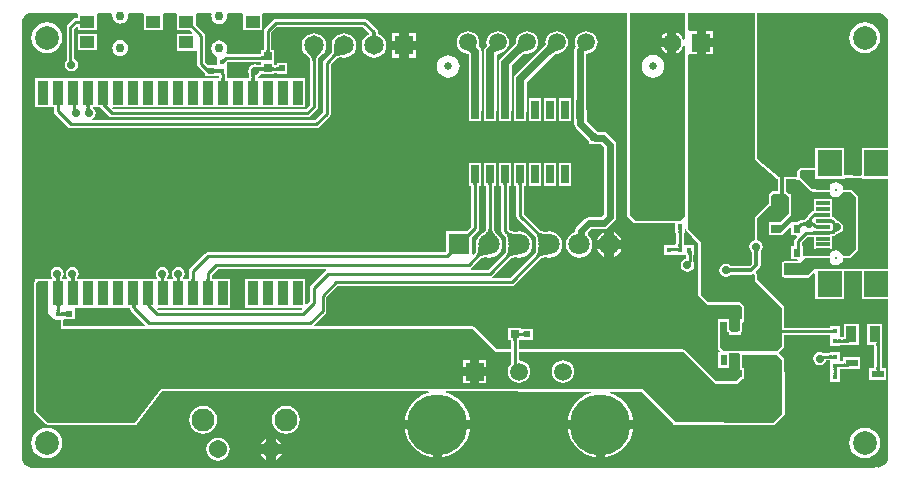
<source format=gtl>
G04*
G04 #@! TF.GenerationSoftware,Altium Limited,Altium Designer,20.1.14 (287)*
G04*
G04 Layer_Physical_Order=1*
G04 Layer_Color=255*
%FSLAX44Y44*%
%MOMM*%
G71*
G04*
G04 #@! TF.SameCoordinates,99A645DD-A7E4-4CA2-B257-33081834DCFA*
G04*
G04*
G04 #@! TF.FilePolarity,Positive*
G04*
G01*
G75*
%ADD30R,0.8000X1.0500*%
%ADD45C,1.2000*%
%ADD77R,1.2000X1.0000*%
%ADD78R,1.0500X0.6000*%
%ADD79R,0.4500X0.4500*%
%ADD80R,0.9000X2.0000*%
%ADD81R,0.9000X1.4000*%
%ADD82R,1.0000X0.7000*%
%ADD83R,0.6000X0.7000*%
%ADD84R,0.5200X0.5600*%
%ADD85R,2.0000X2.1800*%
%ADD86R,1.1500X0.3000*%
%ADD87R,2.7500X1.4700*%
%ADD88R,2.7500X0.2500*%
%ADD89R,0.4000X0.4100*%
%ADD90R,0.4000X0.5500*%
%ADD91R,0.6000X0.9000*%
%ADD92R,0.6500X1.5500*%
%ADD93R,0.6700X0.4200*%
%ADD94R,0.6500X0.6500*%
%ADD95R,1.3300X1.3300*%
%ADD96R,0.7500X0.8500*%
%ADD97R,0.9000X1.0000*%
%ADD98R,0.5600X0.5200*%
%ADD99R,0.4500X0.4500*%
%ADD100R,0.6500X0.6500*%
%ADD101C,0.2540*%
%ADD102C,0.3000*%
%ADD103C,0.6000*%
%ADD104C,0.7000*%
%ADD105C,0.7500*%
%ADD106R,1.5750X1.5750*%
%ADD107C,1.5750*%
%ADD108C,0.6500*%
%ADD109C,0.3250*%
%ADD110R,1.5000X1.5000*%
%ADD111C,1.5000*%
%ADD112C,5.1600*%
%ADD113C,1.8000*%
%ADD114R,1.8000X1.8000*%
%ADD115C,1.6500*%
%ADD116R,1.6500X1.6500*%
%ADD117C,1.9500*%
%ADD118C,1.5400*%
%ADD119C,2.0000*%
%ADD120C,0.7000*%
G36*
X1664140Y1198955D02*
X1664206Y1198461D01*
X1664317Y1198000D01*
X1664472Y1197574D01*
X1664671Y1197181D01*
X1664915Y1196822D01*
X1665202Y1196497D01*
X1665534Y1196206D01*
X1665911Y1195949D01*
X1666331Y1195726D01*
X1659364D01*
X1659785Y1195949D01*
X1660161Y1196206D01*
X1660493Y1196497D01*
X1660781Y1196822D01*
X1661024Y1197181D01*
X1661223Y1197574D01*
X1661378Y1198000D01*
X1661489Y1198461D01*
X1661555Y1198955D01*
X1661578Y1199484D01*
X1664118D01*
X1664140Y1198955D01*
D02*
G37*
G36*
X1925736Y1193400D02*
X1924543Y1193121D01*
X1923548Y1195523D01*
X1921965Y1197586D01*
X1919902Y1199168D01*
X1918922Y1199575D01*
Y1190543D01*
Y1181511D01*
X1919902Y1181917D01*
X1921965Y1183500D01*
X1923548Y1185563D01*
X1924543Y1187965D01*
X1925736Y1187685D01*
X1925736Y1070353D01*
Y1043717D01*
X1921937Y1039918D01*
X1883646Y1039918D01*
X1879181Y1044383D01*
X1879181Y1215777D01*
X1925736D01*
X1925736Y1193400D01*
D02*
G37*
G36*
X1573982Y1184331D02*
X1574020Y1183899D01*
X1574083Y1183518D01*
X1574172Y1183188D01*
X1574286Y1182908D01*
X1574426Y1182680D01*
X1574591Y1182502D01*
X1574782Y1182375D01*
X1574998Y1182299D01*
X1575239Y1182273D01*
X1570159D01*
X1570400Y1182299D01*
X1570616Y1182375D01*
X1570807Y1182502D01*
X1570972Y1182680D01*
X1571111Y1182908D01*
X1571226Y1183188D01*
X1571315Y1183518D01*
X1571378Y1183899D01*
X1571416Y1184331D01*
X1571429Y1184813D01*
X1573969D01*
X1573982Y1184331D01*
D02*
G37*
G36*
X1637365Y1179998D02*
X1636147Y1179990D01*
X1633970Y1179852D01*
X1633012Y1179722D01*
X1632140Y1179551D01*
X1631355Y1179340D01*
X1630657Y1179087D01*
X1630045Y1178794D01*
X1629520Y1178460D01*
X1629081Y1178085D01*
X1627285Y1179881D01*
X1627660Y1180320D01*
X1627994Y1180845D01*
X1628287Y1181457D01*
X1628540Y1182155D01*
X1628751Y1182940D01*
X1628922Y1183812D01*
X1629052Y1184770D01*
X1629190Y1186947D01*
X1629198Y1188165D01*
X1637365Y1179998D01*
D02*
G37*
G36*
X1538343Y1176671D02*
X1537960Y1176284D01*
X1536597Y1174727D01*
X1536526Y1174596D01*
X1536499Y1174501D01*
X1536517Y1174442D01*
X1534318Y1176641D01*
X1534377Y1176623D01*
X1534472Y1176649D01*
X1534603Y1176721D01*
X1534772Y1176836D01*
X1534976Y1176997D01*
X1535495Y1177451D01*
X1536547Y1178467D01*
X1538343Y1176671D01*
D02*
G37*
G36*
X1569479Y1175834D02*
X1569454Y1175964D01*
X1569378Y1176079D01*
X1569251Y1176182D01*
X1569073Y1176270D01*
X1568844Y1176345D01*
X1568565Y1176407D01*
X1568235Y1176454D01*
X1567854Y1176488D01*
X1566939Y1176516D01*
Y1179056D01*
X1567426Y1179068D01*
X1567862Y1179107D01*
X1568247Y1179170D01*
X1568580Y1179259D01*
X1568863Y1179373D01*
X1569094Y1179513D01*
X1569275Y1179678D01*
X1569404Y1179868D01*
X1569483Y1180084D01*
X1569510Y1180326D01*
X1569479Y1175834D01*
D02*
G37*
G36*
X1616967Y1181489D02*
X1615525Y1179852D01*
X1614939Y1179083D01*
X1614444Y1178345D01*
X1614038Y1177641D01*
X1613723Y1176968D01*
X1613498Y1176329D01*
X1613363Y1175721D01*
X1613318Y1175146D01*
X1610778D01*
X1610733Y1175721D01*
X1610597Y1176329D01*
X1610372Y1176968D01*
X1610057Y1177641D01*
X1609651Y1178345D01*
X1609156Y1179083D01*
X1608570Y1179852D01*
X1607129Y1181489D01*
X1606273Y1182356D01*
X1617823D01*
X1616967Y1181489D01*
D02*
G37*
G36*
X1567449Y1173804D02*
Y1171683D01*
X1564169D01*
X1564070Y1171749D01*
X1561924Y1172176D01*
X1559778Y1171749D01*
X1557958Y1170534D01*
X1556743Y1168714D01*
X1556316Y1166568D01*
X1556743Y1164422D01*
X1556809Y1164323D01*
Y1160349D01*
X1538077D01*
Y1162202D01*
X1538578D01*
Y1170202D01*
Y1173987D01*
X1539043Y1174452D01*
X1567449D01*
Y1173804D01*
D02*
G37*
G36*
X1569479Y1165834D02*
X1569454Y1166071D01*
X1569378Y1166282D01*
X1569251Y1166469D01*
X1569073Y1166631D01*
X1568844Y1166768D01*
X1568565Y1166880D01*
X1568235Y1166967D01*
X1567854Y1167029D01*
X1567422Y1167066D01*
X1567266Y1167070D01*
X1567135Y1167065D01*
X1566813Y1167025D01*
X1566522Y1166957D01*
X1566261Y1166863D01*
X1566029Y1166742D01*
X1565828Y1166593D01*
X1565656Y1166418D01*
X1565515Y1166216D01*
X1565403Y1165987D01*
X1565322Y1165731D01*
X1562993Y1169901D01*
X1563192Y1169847D01*
X1563436Y1169799D01*
X1564062Y1169721D01*
X1564871Y1169664D01*
X1566983Y1169620D01*
X1567426Y1169632D01*
X1567862Y1169670D01*
X1568247Y1169733D01*
X1568581Y1169822D01*
X1568863Y1169936D01*
X1569095Y1170076D01*
X1569275Y1170241D01*
X1569405Y1170432D01*
X1569483Y1170648D01*
X1569510Y1170889D01*
X1569479Y1165834D01*
D02*
G37*
G36*
X1582392Y1166240D02*
X1582367Y1166400D01*
X1582291Y1166542D01*
X1582164Y1166668D01*
X1581986Y1166777D01*
X1581757Y1166869D01*
X1581478Y1166945D01*
X1581148Y1167003D01*
X1580767Y1167045D01*
X1579852Y1167079D01*
Y1169619D01*
X1580339Y1169632D01*
X1580775Y1169670D01*
X1581160Y1169733D01*
X1581493Y1169822D01*
X1581776Y1169936D01*
X1582007Y1170076D01*
X1582188Y1170241D01*
X1582317Y1170432D01*
X1582396Y1170648D01*
X1582423Y1170889D01*
X1582392Y1166240D01*
D02*
G37*
G36*
X1575915Y1170648D02*
X1575993Y1170432D01*
X1576122Y1170241D01*
X1576303Y1170076D01*
X1576534Y1169936D01*
X1576817Y1169822D01*
X1577151Y1169733D01*
X1577536Y1169670D01*
X1577971Y1169632D01*
X1578458Y1169619D01*
Y1167079D01*
X1577976Y1167066D01*
X1577544Y1167029D01*
X1577163Y1166967D01*
X1576833Y1166880D01*
X1576553Y1166768D01*
X1576325Y1166631D01*
X1576147Y1166469D01*
X1576020Y1166282D01*
X1575944Y1166071D01*
X1575918Y1165834D01*
X1575888Y1170889D01*
X1575915Y1170648D01*
D02*
G37*
G36*
X1527290Y1169270D02*
X1527367Y1169054D01*
X1527495Y1168864D01*
X1527675Y1168699D01*
X1527907Y1168559D01*
X1528189Y1168445D01*
X1528524Y1168356D01*
X1528909Y1168292D01*
X1529346Y1168254D01*
X1529767Y1168243D01*
X1530051Y1168246D01*
X1531473Y1168349D01*
X1531702Y1168396D01*
X1531880Y1168452D01*
X1532007Y1168516D01*
X1532083Y1168589D01*
X1532108Y1168671D01*
X1532139Y1164432D01*
X1532112Y1164673D01*
X1532033Y1164889D01*
X1531904Y1165079D01*
X1531723Y1165245D01*
X1531492Y1165384D01*
X1531209Y1165499D01*
X1530875Y1165587D01*
X1530491Y1165651D01*
X1530055Y1165689D01*
X1529701Y1165698D01*
X1529346Y1165689D01*
X1528909Y1165651D01*
X1528524Y1165587D01*
X1528189Y1165499D01*
X1527907Y1165384D01*
X1527675Y1165245D01*
X1527495Y1165079D01*
X1527367Y1164889D01*
X1527290Y1164673D01*
X1527264Y1164432D01*
Y1169512D01*
X1527290Y1169270D01*
D02*
G37*
G36*
X1562761Y1163170D02*
X1562505Y1163089D01*
X1562276Y1162977D01*
X1562074Y1162836D01*
X1561898Y1162664D01*
X1561750Y1162463D01*
X1561629Y1162232D01*
X1561534Y1161970D01*
X1561467Y1161679D01*
X1561427Y1161357D01*
X1561413Y1161006D01*
X1558873Y1161455D01*
X1558870Y1162065D01*
X1558692Y1165056D01*
X1558645Y1165300D01*
X1558591Y1165499D01*
X1562761Y1163170D01*
D02*
G37*
G36*
X1561426Y1160370D02*
X1561464Y1159933D01*
X1561527Y1159548D01*
X1561616Y1159213D01*
X1561731Y1158931D01*
X1561870Y1158699D01*
X1562035Y1158519D01*
X1562226Y1158391D01*
X1562442Y1158314D01*
X1562683Y1158288D01*
X1557603D01*
X1557844Y1158314D01*
X1558060Y1158391D01*
X1558251Y1158519D01*
X1558416Y1158699D01*
X1558556Y1158931D01*
X1558670Y1159213D01*
X1558759Y1159548D01*
X1558822Y1159933D01*
X1558860Y1160370D01*
X1558873Y1160858D01*
X1561413D01*
X1561426Y1160370D01*
D02*
G37*
G36*
X1536026D02*
X1536064Y1159933D01*
X1536127Y1159548D01*
X1536216Y1159213D01*
X1536331Y1158931D01*
X1536470Y1158699D01*
X1536635Y1158519D01*
X1536826Y1158391D01*
X1537042Y1158314D01*
X1537283Y1158288D01*
X1532203D01*
X1532444Y1158314D01*
X1532660Y1158391D01*
X1532851Y1158519D01*
X1533016Y1158699D01*
X1533156Y1158931D01*
X1533270Y1159213D01*
X1533359Y1159548D01*
X1533422Y1159933D01*
X1533460Y1160370D01*
X1533473Y1160858D01*
X1536013D01*
X1536026Y1160370D01*
D02*
G37*
G36*
X1422742Y1138384D02*
X1422526Y1138307D01*
X1422335Y1138178D01*
X1422170Y1137999D01*
X1422031Y1137767D01*
X1421916Y1137485D01*
X1421827Y1137150D01*
X1421764Y1136765D01*
X1421726Y1136328D01*
X1421721Y1136133D01*
X1421727Y1135981D01*
X1421768Y1135657D01*
X1421836Y1135356D01*
X1421932Y1135075D01*
X1422055Y1134817D01*
X1422205Y1134579D01*
X1422382Y1134363D01*
X1422587Y1134169D01*
X1422820Y1133996D01*
X1423079Y1133844D01*
X1418397Y1132400D01*
X1418544Y1132689D01*
X1418793Y1133279D01*
X1418894Y1133579D01*
X1419049Y1134194D01*
X1419103Y1134507D01*
X1419165Y1135145D01*
X1419173Y1135470D01*
X1420269Y1135839D01*
X1419173D01*
X1419160Y1136328D01*
X1419122Y1136765D01*
X1419059Y1137150D01*
X1418970Y1137485D01*
X1418856Y1137767D01*
X1418716Y1137999D01*
X1418551Y1138178D01*
X1418360Y1138307D01*
X1418144Y1138384D01*
X1417903Y1138410D01*
X1422983D01*
X1422742Y1138384D01*
D02*
G37*
G36*
X1411482D02*
X1411266Y1138307D01*
X1411075Y1138178D01*
X1410910Y1137999D01*
X1410771Y1137767D01*
X1410656Y1137485D01*
X1410567Y1137150D01*
X1410504Y1136765D01*
X1410466Y1136328D01*
X1410464Y1136257D01*
X1410467Y1136184D01*
X1410508Y1135862D01*
X1410577Y1135566D01*
X1410673Y1135297D01*
X1410797Y1135054D01*
X1410948Y1134837D01*
X1411126Y1134646D01*
X1411333Y1134482D01*
X1411566Y1134343D01*
X1411827Y1134232D01*
X1407387Y1132220D01*
X1407487Y1132500D01*
X1407577Y1132807D01*
X1407724Y1133501D01*
X1407782Y1133887D01*
X1407892Y1135206D01*
X1407909Y1136008D01*
X1407901Y1136328D01*
X1407862Y1136765D01*
X1407799Y1137150D01*
X1407710Y1137485D01*
X1407596Y1137767D01*
X1407456Y1137999D01*
X1407291Y1138178D01*
X1407100Y1138307D01*
X1406884Y1138384D01*
X1406643Y1138410D01*
X1411723D01*
X1411482Y1138384D01*
D02*
G37*
G36*
X1788888Y1071626D02*
X1788672Y1071549D01*
X1788482Y1071420D01*
X1788317Y1071240D01*
X1788177Y1071009D01*
X1788063Y1070726D01*
X1787974Y1070392D01*
X1787910Y1070007D01*
X1787872Y1069570D01*
X1787859Y1069081D01*
X1785319D01*
X1785307Y1069570D01*
X1785269Y1070007D01*
X1785205Y1070392D01*
X1785116Y1070726D01*
X1785002Y1071009D01*
X1784862Y1071240D01*
X1784697Y1071420D01*
X1784507Y1071549D01*
X1784291Y1071626D01*
X1784049Y1071652D01*
X1789129D01*
X1788888Y1071626D01*
D02*
G37*
G36*
X1776188D02*
X1775972Y1071549D01*
X1775782Y1071420D01*
X1775617Y1071240D01*
X1775477Y1071009D01*
X1775363Y1070726D01*
X1775274Y1070392D01*
X1775210Y1070007D01*
X1775172Y1069570D01*
X1775159Y1069081D01*
X1772619D01*
X1772607Y1069570D01*
X1772569Y1070007D01*
X1772505Y1070392D01*
X1772416Y1070726D01*
X1772302Y1071009D01*
X1772162Y1071240D01*
X1771997Y1071420D01*
X1771807Y1071549D01*
X1771591Y1071626D01*
X1771349Y1071652D01*
X1776429D01*
X1776188Y1071626D01*
D02*
G37*
G36*
X1763488D02*
X1763272Y1071549D01*
X1763082Y1071420D01*
X1762917Y1071240D01*
X1762777Y1071009D01*
X1762663Y1070726D01*
X1762574Y1070392D01*
X1762510Y1070007D01*
X1762472Y1069570D01*
X1762459Y1069081D01*
X1759919D01*
X1759907Y1069570D01*
X1759869Y1070007D01*
X1759805Y1070392D01*
X1759716Y1070726D01*
X1759602Y1071009D01*
X1759462Y1071240D01*
X1759297Y1071420D01*
X1759107Y1071549D01*
X1758891Y1071626D01*
X1758649Y1071652D01*
X1763729D01*
X1763488Y1071626D01*
D02*
G37*
G36*
X1750788D02*
X1750572Y1071549D01*
X1750382Y1071420D01*
X1750217Y1071240D01*
X1750077Y1071009D01*
X1749963Y1070726D01*
X1749874Y1070392D01*
X1749810Y1070007D01*
X1749772Y1069570D01*
X1749759Y1069081D01*
X1747219D01*
X1747207Y1069570D01*
X1747169Y1070007D01*
X1747105Y1070392D01*
X1747016Y1070726D01*
X1746902Y1071009D01*
X1746762Y1071240D01*
X1746597Y1071420D01*
X1746407Y1071549D01*
X1746191Y1071626D01*
X1745949Y1071652D01*
X1751029D01*
X1750788Y1071626D01*
D02*
G37*
G36*
X1985053Y1090868D02*
X2004786Y1074712D01*
X2004786Y1064727D01*
X2000042Y1064727D01*
X1997217Y1061902D01*
X1997185Y1061902D01*
X1996985Y1061670D01*
X1996985Y1060715D01*
X1996985Y1054685D01*
X1985053Y1042753D01*
X1985053Y1023307D01*
X1984109Y1023120D01*
X1982289Y1021904D01*
X1981074Y1020085D01*
X1980647Y1017939D01*
X1981074Y1015793D01*
X1982289Y1013973D01*
X1982990Y1013505D01*
Y1003639D01*
X1980780Y1001429D01*
X1965064D01*
X1964799Y1001826D01*
X1962980Y1003041D01*
X1960834Y1003468D01*
X1958688Y1003041D01*
X1956869Y1001826D01*
X1955653Y1000006D01*
X1955226Y997860D01*
X1955653Y995714D01*
X1956869Y993895D01*
X1958688Y992680D01*
X1960834Y992253D01*
X1962980Y992680D01*
X1964799Y993895D01*
X1965064Y994292D01*
X1982258D01*
X1983624Y994564D01*
X1983783Y994670D01*
X1985053Y993991D01*
Y989127D01*
X2008299Y965881D01*
X2008299Y934172D01*
X2003730Y929603D01*
X1958959D01*
X1955755Y932807D01*
Y954336D01*
X1961755D01*
Y945336D01*
X1963255D01*
Y943336D01*
X1973255D01*
Y945336D01*
X1974755D01*
Y953438D01*
X1975653Y954336D01*
X1976232Y954336D01*
X1976232Y967282D01*
X1972544Y970970D01*
X1945568Y970970D01*
X1939353Y977357D01*
X1939353Y1020777D01*
X1929031Y1032906D01*
X1929031Y1071345D01*
X1929032Y1180052D01*
X1930047Y1180668D01*
X1930302Y1180668D01*
X1935922D01*
Y1190543D01*
Y1200418D01*
X1930302D01*
X1929032Y1201034D01*
X1929032Y1215777D01*
X1985053D01*
X1985053Y1090868D01*
D02*
G37*
G36*
X2037133Y1043350D02*
X2037115Y1043384D01*
X2037061Y1043415D01*
X2036970Y1043441D01*
X2036842Y1043465D01*
X2036679Y1043484D01*
X2036243Y1043513D01*
X2035316Y1043529D01*
Y1046069D01*
X2035661Y1046071D01*
X2036842Y1046148D01*
X2036970Y1046177D01*
X2037061Y1046210D01*
X2037115Y1046247D01*
X2037133Y1046289D01*
Y1043350D01*
D02*
G37*
G36*
X2048596Y1041252D02*
X2048665Y1041218D01*
X2048781Y1041188D01*
X2048944Y1041162D01*
X2049153Y1041140D01*
X2050058Y1041098D01*
X2050893Y1041090D01*
Y1038550D01*
X2050452Y1038548D01*
X2048781Y1038452D01*
X2048665Y1038422D01*
X2048596Y1038388D01*
X2048572Y1038350D01*
Y1041289D01*
X2048596Y1041252D01*
D02*
G37*
G36*
X2029145Y1034787D02*
X2028893Y1034999D01*
X2028633Y1035189D01*
X2028363Y1035356D01*
X2028085Y1035501D01*
X2027797Y1035624D01*
X2027500Y1035724D01*
X2027194Y1035802D01*
X2026879Y1035858D01*
X2026554Y1035891D01*
X2026221Y1035903D01*
X2026056Y1038443D01*
X2026394Y1038455D01*
X2026718Y1038492D01*
X2027030Y1038554D01*
X2027329Y1038640D01*
X2027615Y1038752D01*
X2027887Y1038887D01*
X2028147Y1039048D01*
X2028394Y1039233D01*
X2028628Y1039444D01*
X2028850Y1039678D01*
X2029145Y1034787D01*
D02*
G37*
G36*
X1923544Y1031525D02*
X1923398Y1031460D01*
X1923270Y1031351D01*
X1923159Y1031198D01*
X1923065Y1031001D01*
X1922989Y1030761D01*
X1922929Y1030477D01*
X1922886Y1030149D01*
X1922861Y1029778D01*
X1922852Y1029363D01*
X1920312D01*
X1920307Y1029778D01*
X1920225Y1030761D01*
X1920176Y1031001D01*
X1920116Y1031198D01*
X1920045Y1031351D01*
X1919963Y1031460D01*
X1919870Y1031525D01*
X1919767Y1031547D01*
X1923706D01*
X1923544Y1031525D01*
D02*
G37*
G36*
X2054977Y1030830D02*
X2054697Y1030787D01*
X2054415Y1030715D01*
X2054129Y1030616D01*
X2053842Y1030490D01*
X2053551Y1030335D01*
X2053258Y1030154D01*
X2052961Y1029945D01*
X2052663Y1029708D01*
X2052057Y1029152D01*
X2051112Y1030097D01*
Y1028780D01*
X2050630Y1028776D01*
X2049207Y1028672D01*
X2048979Y1028625D01*
X2048801Y1028569D01*
X2048674Y1028505D01*
X2048598Y1028432D01*
X2048572Y1028350D01*
Y1031289D01*
X2050587Y1031314D01*
X2050693Y1031447D01*
X2050863Y1031699D01*
X2051002Y1031954D01*
X2051110Y1032211D01*
X2051188Y1032471D01*
X2051234Y1032732D01*
X2051250Y1032996D01*
X2051234Y1033262D01*
X2051188Y1033531D01*
X2054977Y1030830D01*
D02*
G37*
G36*
X2032558Y1065282D02*
X2032594Y1065258D01*
X2032620Y1065223D01*
X2032924Y1065038D01*
X2033220Y1064840D01*
X2033262Y1064831D01*
X2033299Y1064809D01*
X2034402Y1064405D01*
X2034432Y1064400D01*
X2034458Y1064385D01*
X2034782Y1064344D01*
X2034861Y1064329D01*
X2034870Y1064320D01*
X2034906D01*
X2035103Y1064281D01*
X2047250D01*
X2047447Y1064320D01*
X2047608D01*
X2047715Y1063781D01*
X2049097Y1061714D01*
X2051164Y1060332D01*
X2053603Y1059847D01*
X2056042Y1060332D01*
X2058109Y1061714D01*
X2059490Y1063781D01*
X2059977Y1063945D01*
X2060077Y1063955D01*
X2060176Y1063936D01*
X2066705D01*
X2070962Y1059679D01*
X2070962Y1016248D01*
X2065073Y1010359D01*
X2059955D01*
X2059758Y1010320D01*
X2059597D01*
X2059490Y1010859D01*
X2058109Y1012926D01*
X2056042Y1014307D01*
X2053603Y1014792D01*
X2051164Y1014307D01*
X2049097Y1012926D01*
X2047715Y1010859D01*
X2047608Y1010320D01*
X2047300D01*
X2047103Y1010359D01*
X2035103D01*
X2035103Y1010359D01*
X2027648D01*
X2027451Y1010320D01*
X2025954D01*
Y1018454D01*
X2025467D01*
Y1021634D01*
X2030089Y1026256D01*
X2035103D01*
Y1016320D01*
X2050603D01*
Y1026716D01*
X2051159D01*
X2052435Y1026970D01*
X2053517Y1027692D01*
X2054539Y1028715D01*
X2054600Y1028702D01*
X2056746Y1029129D01*
X2058566Y1030345D01*
X2059781Y1032164D01*
X2060208Y1034310D01*
X2059781Y1036456D01*
X2058566Y1038275D01*
X2056746Y1039491D01*
X2055456Y1039748D01*
X2055004Y1040423D01*
X2053250Y1042177D01*
X2052169Y1042900D01*
X2050893Y1043154D01*
X2050603D01*
Y1046320D01*
Y1058320D01*
X2035103D01*
Y1048091D01*
X2034040Y1047879D01*
X2032958Y1047156D01*
X2029988Y1044186D01*
X2029265Y1043104D01*
X2029129Y1042419D01*
X2027527Y1041349D01*
X2026964Y1040507D01*
X2024673D01*
X2023397Y1040253D01*
X2022315Y1039530D01*
X2021239Y1038454D01*
X2015975D01*
X2015974Y1038561D01*
X2006867Y1029454D01*
X1998954Y1029454D01*
Y1036453D01*
X2007673Y1036453D01*
X2016249Y1045029D01*
X2016249Y1054649D01*
X2015974Y1054924D01*
Y1060539D01*
X2015774Y1060739D01*
Y1062124D01*
X2014389D01*
X2011786Y1064727D01*
X2011784Y1073827D01*
X2012682Y1074725D01*
X2023113Y1074727D01*
X2032558Y1065282D01*
D02*
G37*
G36*
X1745681Y1028727D02*
X1745175Y1028204D01*
X1744379Y1027266D01*
X1744088Y1026852D01*
X1743870Y1026475D01*
X1743723Y1026134D01*
X1743648Y1025829D01*
X1743645Y1025562D01*
X1743714Y1025330D01*
X1743855Y1025135D01*
X1740293Y1028697D01*
X1740488Y1028556D01*
X1740719Y1028488D01*
X1740987Y1028491D01*
X1741291Y1028566D01*
X1741632Y1028712D01*
X1742010Y1028931D01*
X1742424Y1029221D01*
X1742874Y1029584D01*
X1743885Y1030524D01*
X1745681Y1028727D01*
D02*
G37*
G36*
X2037133Y1028350D02*
X2037108Y1028345D01*
X2037032Y1028339D01*
X2035889Y1028323D01*
X2034593Y1028320D01*
Y1030860D01*
X2035076Y1030864D01*
X2036498Y1030967D01*
X2036727Y1031014D01*
X2036905Y1031070D01*
X2037032Y1031135D01*
X2037108Y1031208D01*
X2037133Y1031289D01*
Y1028350D01*
D02*
G37*
G36*
X1762459Y1033899D02*
X1762507Y1033330D01*
X1762649Y1032702D01*
X1762887Y1032015D01*
X1763219Y1031268D01*
X1763647Y1030463D01*
X1764170Y1029597D01*
X1765500Y1027689D01*
X1767210Y1025543D01*
X1754669Y1026767D01*
X1755667Y1027602D01*
X1757347Y1029207D01*
X1758029Y1029978D01*
X1758607Y1030727D01*
X1759079Y1031454D01*
X1759447Y1032160D01*
X1759709Y1032845D01*
X1759867Y1033508D01*
X1759919Y1034149D01*
X1762459Y1033899D01*
D02*
G37*
G36*
X1802362Y1030379D02*
X1802928Y1030026D01*
X1803593Y1029716D01*
X1804358Y1029450D01*
X1805221Y1029227D01*
X1806184Y1029046D01*
X1807246Y1028909D01*
X1809666Y1028765D01*
X1811026Y1028757D01*
X1802116Y1019848D01*
X1802108Y1021207D01*
X1801964Y1023628D01*
X1801827Y1024689D01*
X1801647Y1025652D01*
X1801424Y1026516D01*
X1801157Y1027280D01*
X1800848Y1027945D01*
X1800495Y1028512D01*
X1800099Y1028979D01*
X1801895Y1030775D01*
X1802362Y1030379D01*
D02*
G37*
G36*
X1776962D02*
X1777528Y1030026D01*
X1778193Y1029716D01*
X1778958Y1029450D01*
X1779821Y1029227D01*
X1780784Y1029046D01*
X1781846Y1028909D01*
X1784267Y1028765D01*
X1785625Y1028757D01*
X1776716Y1019848D01*
X1776709Y1021207D01*
X1776564Y1023628D01*
X1776427Y1024689D01*
X1776247Y1025652D01*
X1776024Y1026516D01*
X1775757Y1027280D01*
X1775448Y1027945D01*
X1775095Y1028512D01*
X1774699Y1028979D01*
X1776495Y1030775D01*
X1776962Y1030379D01*
D02*
G37*
G36*
X1922850Y1019667D02*
X1922886Y1019235D01*
X1922945Y1018854D01*
X1923029Y1018524D01*
X1923136Y1018244D01*
X1923267Y1018016D01*
X1923421Y1017838D01*
X1923600Y1017711D01*
X1923802Y1017635D01*
X1924029Y1017609D01*
X1919590D01*
X1919724Y1017635D01*
X1919845Y1017711D01*
X1919951Y1017838D01*
X1920043Y1018016D01*
X1920121Y1018244D01*
X1920185Y1018524D01*
X1920234Y1018854D01*
X1920270Y1019235D01*
X1920298Y1020150D01*
X1922838D01*
X1922850Y1019667D01*
D02*
G37*
G36*
X1919590Y1013170D02*
X1919564Y1013384D01*
X1919488Y1013575D01*
X1919361Y1013743D01*
X1919183Y1013889D01*
X1918955Y1014012D01*
X1918675Y1014113D01*
X1918345Y1014192D01*
X1917964Y1014248D01*
X1917532Y1014282D01*
X1917207Y1014289D01*
X1916881Y1014282D01*
X1916449Y1014248D01*
X1916068Y1014192D01*
X1915738Y1014113D01*
X1915459Y1014012D01*
X1915230Y1013889D01*
X1915052Y1013743D01*
X1914925Y1013575D01*
X1914849Y1013384D01*
X1914824Y1013170D01*
Y1017609D01*
X1914849Y1017462D01*
X1914925Y1017330D01*
X1915052Y1017214D01*
X1915230Y1017113D01*
X1915459Y1017027D01*
X1915738Y1016957D01*
X1916068Y1016903D01*
X1916449Y1016864D01*
X1917263Y1016836D01*
X1917532Y1016841D01*
X1918345Y1016903D01*
X1918675Y1016957D01*
X1918955Y1017027D01*
X1919183Y1017113D01*
X1919361Y1017214D01*
X1919488Y1017330D01*
X1919564Y1017462D01*
X1919590Y1017609D01*
Y1013170D01*
D02*
G37*
G36*
X2023408Y1018481D02*
X2023486Y1017338D01*
X2023533Y1017058D01*
X2023590Y1016830D01*
X2023658Y1016652D01*
X2023736Y1016525D01*
X2023825Y1016449D01*
X2023923Y1016423D01*
X2019593Y1016393D01*
X2019834Y1016420D01*
X2020050Y1016499D01*
X2020240Y1016628D01*
X2020406Y1016809D01*
X2020545Y1017040D01*
X2020660Y1017323D01*
X2020748Y1017656D01*
X2020812Y1018041D01*
X2020850Y1018477D01*
X2020863Y1018963D01*
X2023403D01*
X2023408Y1018481D01*
D02*
G37*
G36*
X1988750Y1015453D02*
X1988605Y1015229D01*
X1988477Y1014988D01*
X1988365Y1014731D01*
X1988271Y1014457D01*
X1988195Y1014167D01*
X1988135Y1013860D01*
X1988092Y1013536D01*
X1988067Y1013196D01*
X1988058Y1012839D01*
X1985058Y1012550D01*
X1985048Y1012908D01*
X1985017Y1013246D01*
X1984966Y1013565D01*
X1984894Y1013863D01*
X1984801Y1014142D01*
X1984688Y1014400D01*
X1984555Y1014639D01*
X1984400Y1014858D01*
X1984226Y1015057D01*
X1984030Y1015236D01*
X1988912Y1015661D01*
X1988750Y1015453D01*
D02*
G37*
G36*
X1728021Y1010788D02*
X1727975Y1010796D01*
X1727893Y1010761D01*
X1727776Y1010685D01*
X1727622Y1010568D01*
X1727207Y1010209D01*
X1725946Y1008992D01*
X1724150Y1010788D01*
X1724516Y1011158D01*
X1725919Y1012736D01*
X1725953Y1012818D01*
X1725946Y1012863D01*
X1728021Y1010788D01*
D02*
G37*
G36*
X1931882Y1013145D02*
X1931752Y1013069D01*
X1931636Y1012942D01*
X1931536Y1012764D01*
X1931451Y1012535D01*
X1931382Y1012256D01*
X1931328Y1011926D01*
X1931290Y1011545D01*
X1931259Y1010630D01*
X1928719D01*
X1928707Y1011113D01*
X1928674Y1011545D01*
X1928617Y1011926D01*
X1928538Y1012256D01*
X1928437Y1012535D01*
X1928312Y1012764D01*
X1928165Y1012942D01*
X1927996Y1013069D01*
X1927804Y1013145D01*
X1927590Y1013170D01*
X1932029D01*
X1931882Y1013145D01*
D02*
G37*
G36*
X1811026Y1010758D02*
X1809666Y1010751D01*
X1807246Y1010607D01*
X1806184Y1010470D01*
X1805221Y1010289D01*
X1804358Y1010066D01*
X1803593Y1009800D01*
X1802928Y1009490D01*
X1802362Y1009137D01*
X1801895Y1008741D01*
X1800099Y1010537D01*
X1800495Y1011004D01*
X1800848Y1011571D01*
X1801157Y1012236D01*
X1801424Y1013000D01*
X1801647Y1013864D01*
X1801827Y1014826D01*
X1801964Y1015888D01*
X1802108Y1018309D01*
X1802116Y1019668D01*
X1811026Y1010758D01*
D02*
G37*
G36*
X1785625D02*
X1784267Y1010751D01*
X1781846Y1010607D01*
X1780784Y1010470D01*
X1779821Y1010289D01*
X1778958Y1010066D01*
X1778193Y1009800D01*
X1777528Y1009490D01*
X1776962Y1009137D01*
X1776495Y1008741D01*
X1774699Y1010537D01*
X1775095Y1011004D01*
X1775448Y1011571D01*
X1775757Y1012236D01*
X1776024Y1013000D01*
X1776247Y1013864D01*
X1776427Y1014826D01*
X1776564Y1015888D01*
X1776709Y1018309D01*
X1776716Y1019668D01*
X1785625Y1010758D01*
D02*
G37*
G36*
X1760226D02*
X1758866Y1010751D01*
X1756446Y1010607D01*
X1755384Y1010470D01*
X1754421Y1010289D01*
X1753558Y1010066D01*
X1752793Y1009800D01*
X1752128Y1009490D01*
X1751562Y1009137D01*
X1751095Y1008741D01*
X1749299Y1010537D01*
X1749695Y1011004D01*
X1750048Y1011571D01*
X1750357Y1012236D01*
X1750624Y1013000D01*
X1750847Y1013864D01*
X1751027Y1014826D01*
X1751164Y1015888D01*
X1751308Y1018309D01*
X1751316Y1019668D01*
X1760226Y1010758D01*
D02*
G37*
G36*
X2091641Y1215435D02*
X2093256Y1214766D01*
X2094710Y1213795D01*
X2095946Y1212559D01*
X2096918Y1211105D01*
X2097587Y1209490D01*
X2097928Y1207775D01*
Y1206901D01*
Y1101320D01*
X2075903D01*
Y1079015D01*
X2074996Y1078125D01*
X2061489Y1078389D01*
X2061390Y1078482D01*
X2060693Y1079296D01*
X2060603Y1079521D01*
Y1101320D01*
X2036603D01*
Y1084590D01*
X2024263D01*
X2024259Y1084589D01*
X2024255Y1084590D01*
X2023866Y1084511D01*
X2023483Y1084435D01*
X2023479Y1084432D01*
X2023475Y1084432D01*
X2023150Y1084212D01*
X2022821Y1083993D01*
X2022819Y1083989D01*
X2022815Y1083987D01*
X2021921Y1083085D01*
X2021919Y1083081D01*
X2021915Y1083079D01*
X2021699Y1082750D01*
X2021482Y1082421D01*
X2021481Y1082417D01*
X2021479Y1082413D01*
X2021406Y1082030D01*
X2021330Y1081640D01*
X2021331Y1081636D01*
X2021330Y1081632D01*
X2021360Y1078036D01*
X2020401Y1076865D01*
X2020181Y1076765D01*
X2012682Y1076764D01*
X2012682Y1076764D01*
X2012494Y1076727D01*
X2009790D01*
Y1074053D01*
X2009745Y1073827D01*
X2009747Y1064726D01*
X2009790Y1064509D01*
Y1062727D01*
X2010902D01*
X2012947Y1060682D01*
X2013609Y1060240D01*
X2013843Y1060193D01*
X2013890Y1059958D01*
X2013935Y1059891D01*
Y1054924D01*
X2013974Y1054727D01*
Y1052924D01*
X2014210D01*
X2014210Y1045874D01*
X2006829Y1038492D01*
X1998954Y1038492D01*
X1998761Y1038454D01*
X1996954D01*
Y1036650D01*
X1996915Y1036453D01*
Y1029454D01*
X1996954Y1029257D01*
Y1027454D01*
X1998757D01*
X1998954Y1027415D01*
X2006867Y1027415D01*
X2006867Y1027415D01*
X2007647Y1027570D01*
X2008309Y1028012D01*
X2008309Y1028012D01*
X2014781Y1034484D01*
X2015954Y1033998D01*
Y1027454D01*
X2020198D01*
X2020684Y1026281D01*
X2019775Y1025372D01*
X2019053Y1024291D01*
X2018799Y1023015D01*
Y1018454D01*
X2015954D01*
Y1007454D01*
X2021105D01*
X2021764Y1006184D01*
X2021528Y1005850D01*
X2011044Y1005850D01*
X2010331Y1005850D01*
X2009790Y1005811D01*
Y1005743D01*
X2009551Y1005695D01*
X2008889Y1005253D01*
X2008447Y1004591D01*
X2008292Y1003811D01*
Y993776D01*
X2008369Y993390D01*
X2008443Y993004D01*
X2008446Y993000D01*
X2008447Y992996D01*
X2008666Y992667D01*
X2008882Y992341D01*
X2008886Y992338D01*
X2008889Y992334D01*
X2009217Y992115D01*
X2009542Y991896D01*
X2009547Y991895D01*
X2009551Y991892D01*
X2009790Y991844D01*
Y991811D01*
X2009957D01*
X2010322Y991737D01*
X2030031Y991647D01*
X2030350Y991709D01*
X2030674Y991748D01*
X2030739Y991784D01*
X2030811Y991798D01*
X2031083Y991978D01*
X2031367Y992138D01*
X2035449Y995638D01*
X2036603Y995108D01*
Y973320D01*
X2060603D01*
Y997110D01*
X2075903Y997110D01*
Y973320D01*
X2097928D01*
Y839745D01*
Y838871D01*
X2097587Y837156D01*
X2096918Y835541D01*
X2095946Y834087D01*
X2094710Y832851D01*
X2093256Y831880D01*
X2091641Y831210D01*
X2089947Y830873D01*
X2089805Y830902D01*
X2089534Y831040D01*
X2088898Y831089D01*
X2088574Y831195D01*
X2088400Y831181D01*
X2088152Y831230D01*
X2087973D01*
X2087725Y831181D01*
X2087551Y831195D01*
X2087226Y831089D01*
X2086591Y831040D01*
X2086320Y830902D01*
X2086157Y830869D01*
X1372508D01*
X1370793Y831210D01*
X1369178Y831880D01*
X1367724Y832851D01*
X1366488Y834087D01*
X1365516Y835541D01*
X1364847Y837156D01*
X1364506Y838871D01*
Y839745D01*
Y1206901D01*
Y1207775D01*
X1364847Y1209490D01*
X1365516Y1211105D01*
X1366488Y1212559D01*
X1367724Y1213795D01*
X1369178Y1214766D01*
X1370793Y1215435D01*
X1372508Y1215777D01*
X1411044D01*
X1412077Y1215206D01*
X1412077Y1214507D01*
Y1211540D01*
X1410225D01*
X1408949Y1211286D01*
X1407868Y1210563D01*
X1403486Y1206181D01*
X1402763Y1205099D01*
X1402509Y1203824D01*
Y1175729D01*
X1401463Y1174163D01*
X1401036Y1172017D01*
X1401463Y1169871D01*
X1402678Y1168051D01*
X1404498Y1166836D01*
X1406644Y1166409D01*
X1408790Y1166836D01*
X1410609Y1168051D01*
X1411824Y1169871D01*
X1412251Y1172017D01*
X1411824Y1174163D01*
X1410609Y1175982D01*
X1409177Y1176938D01*
Y1202443D01*
X1410807Y1204072D01*
X1412077Y1203546D01*
Y1201206D01*
X1428077D01*
Y1214507D01*
X1428077Y1215206D01*
X1429111Y1215777D01*
X1440469D01*
X1441407Y1214507D01*
X1441269Y1213456D01*
X1441501Y1211693D01*
X1442181Y1210051D01*
X1443263Y1208641D01*
X1444673Y1207560D01*
X1446315Y1206879D01*
X1448077Y1206647D01*
X1449839Y1206879D01*
X1451481Y1207560D01*
X1452891Y1208641D01*
X1453973Y1210051D01*
X1454653Y1211693D01*
X1454885Y1213456D01*
X1454747Y1214507D01*
X1455686Y1215777D01*
X1467044D01*
X1468077Y1215206D01*
X1468077Y1214507D01*
Y1201206D01*
X1484077D01*
Y1214507D01*
X1484077Y1215206D01*
X1485111Y1215777D01*
X1495022D01*
X1495959Y1214973D01*
X1495959Y1214507D01*
Y1200973D01*
X1507244D01*
X1509071Y1199146D01*
X1508585Y1197973D01*
X1495959D01*
Y1183973D01*
X1511959D01*
X1512977Y1183364D01*
Y1172786D01*
X1513231Y1171510D01*
X1513953Y1170428D01*
X1519767Y1164614D01*
X1520125Y1164375D01*
Y1162172D01*
X1528820D01*
X1529325Y1162172D01*
Y1162172D01*
X1530078Y1162202D01*
Y1162202D01*
X1531409D01*
Y1160349D01*
X1375843D01*
Y1136349D01*
X1391574D01*
Y1132509D01*
X1391828Y1131233D01*
X1392551Y1130151D01*
X1403632Y1119070D01*
X1404713Y1118347D01*
X1405989Y1118094D01*
X1613958D01*
X1615234Y1118347D01*
X1616316Y1119070D01*
X1625242Y1127997D01*
X1625965Y1129078D01*
X1626219Y1130354D01*
Y1172304D01*
X1631626Y1177711D01*
X1631843Y1177790D01*
X1632508Y1177969D01*
X1633277Y1178120D01*
X1634131Y1178236D01*
X1634741Y1178274D01*
X1634772Y1178261D01*
X1637448Y1177909D01*
X1640123Y1178261D01*
X1642617Y1179294D01*
X1644758Y1180937D01*
X1646401Y1183078D01*
X1647434Y1185572D01*
X1647786Y1188248D01*
X1647434Y1190923D01*
X1646401Y1193417D01*
X1644758Y1195558D01*
X1642617Y1197201D01*
X1640123Y1198234D01*
X1637448Y1198586D01*
X1634772Y1198234D01*
X1632278Y1197201D01*
X1630137Y1195558D01*
X1628494Y1193417D01*
X1627462Y1190923D01*
X1627109Y1188248D01*
X1627462Y1185572D01*
X1627474Y1185541D01*
X1627436Y1184931D01*
X1627320Y1184078D01*
X1627169Y1183308D01*
X1626990Y1182643D01*
X1626911Y1182427D01*
X1620527Y1176042D01*
X1619805Y1174961D01*
X1619551Y1173685D01*
Y1131735D01*
X1612577Y1124762D01*
X1424723D01*
X1424338Y1126032D01*
X1425440Y1126768D01*
X1426655Y1128587D01*
X1427082Y1130733D01*
X1426655Y1132879D01*
X1425440Y1134699D01*
X1424871Y1135079D01*
X1425256Y1136349D01*
X1430547D01*
X1430786Y1135991D01*
X1438337Y1128440D01*
X1439418Y1127718D01*
X1440694Y1127464D01*
X1606382D01*
X1607658Y1127718D01*
X1608739Y1128440D01*
X1614405Y1134106D01*
X1615128Y1135188D01*
X1615382Y1136464D01*
Y1176681D01*
X1615480Y1176890D01*
X1615823Y1177486D01*
X1616260Y1178137D01*
X1616782Y1178823D01*
X1617186Y1179281D01*
X1617217Y1179294D01*
X1619358Y1180937D01*
X1621001Y1183078D01*
X1622034Y1185572D01*
X1622386Y1188248D01*
X1622034Y1190923D01*
X1621001Y1193417D01*
X1619358Y1195558D01*
X1617217Y1197201D01*
X1614723Y1198234D01*
X1612048Y1198586D01*
X1609372Y1198234D01*
X1606878Y1197201D01*
X1604737Y1195558D01*
X1603094Y1193417D01*
X1602061Y1190923D01*
X1601709Y1188248D01*
X1602061Y1185572D01*
X1603094Y1183078D01*
X1604737Y1180937D01*
X1606878Y1179294D01*
X1606909Y1179281D01*
X1607313Y1178823D01*
X1607835Y1178137D01*
X1608272Y1177487D01*
X1608616Y1176890D01*
X1608714Y1176681D01*
Y1137845D01*
X1605001Y1134132D01*
X1442075D01*
X1441031Y1135176D01*
X1441517Y1136349D01*
X1604743D01*
Y1160349D01*
X1564801D01*
X1564416Y1161619D01*
X1565889Y1162603D01*
X1566375Y1163331D01*
X1567449Y1163804D01*
X1577949D01*
Y1165015D01*
X1580362D01*
Y1164210D01*
X1589562D01*
Y1173810D01*
X1580362D01*
Y1171683D01*
X1577949D01*
Y1184304D01*
X1576033D01*
Y1199311D01*
X1580964Y1204241D01*
X1653375D01*
X1658642Y1198975D01*
X1658344Y1197477D01*
X1657678Y1197201D01*
X1655537Y1195558D01*
X1653894Y1193417D01*
X1652861Y1190923D01*
X1652509Y1188248D01*
X1652861Y1185572D01*
X1653894Y1183078D01*
X1655537Y1180937D01*
X1657678Y1179294D01*
X1660172Y1178261D01*
X1662848Y1177909D01*
X1665523Y1178261D01*
X1668017Y1179294D01*
X1670158Y1180937D01*
X1671801Y1183078D01*
X1672834Y1185572D01*
X1673186Y1188248D01*
X1672834Y1190923D01*
X1671801Y1193417D01*
X1670158Y1195558D01*
X1668017Y1197201D01*
X1666182Y1197961D01*
Y1199484D01*
X1665928Y1200760D01*
X1665205Y1201841D01*
X1657113Y1209933D01*
X1656032Y1210656D01*
X1654756Y1210910D01*
X1579583D01*
X1578307Y1210656D01*
X1577225Y1209933D01*
X1570341Y1203049D01*
X1569619Y1201967D01*
X1569365Y1200692D01*
Y1184304D01*
X1567449D01*
Y1181120D01*
X1538536D01*
X1537855Y1182318D01*
X1538535Y1183960D01*
X1538767Y1185723D01*
X1538535Y1187485D01*
X1537855Y1189127D01*
X1536773Y1190537D01*
X1535363Y1191619D01*
X1533721Y1192299D01*
X1531959Y1192531D01*
X1530197Y1192299D01*
X1528555Y1191619D01*
X1527145Y1190537D01*
X1526063Y1189127D01*
X1525383Y1187485D01*
X1525151Y1185723D01*
X1525383Y1183960D01*
X1526063Y1182318D01*
X1527145Y1180908D01*
X1528555Y1179827D01*
X1529169Y1179572D01*
X1530078Y1178702D01*
Y1172730D01*
X1529325Y1171772D01*
X1522040D01*
X1519645Y1174167D01*
Y1196621D01*
X1519391Y1197896D01*
X1518669Y1198978D01*
X1511959Y1205688D01*
Y1214507D01*
X1511959Y1214973D01*
X1512896Y1215777D01*
X1524485D01*
X1525320Y1214507D01*
X1525151Y1213223D01*
X1525383Y1211460D01*
X1526063Y1209818D01*
X1527145Y1208408D01*
X1528555Y1207327D01*
X1530197Y1206646D01*
X1531959Y1206414D01*
X1533721Y1206646D01*
X1535363Y1207327D01*
X1536773Y1208408D01*
X1537855Y1209818D01*
X1538535Y1211460D01*
X1538767Y1213223D01*
X1538598Y1214507D01*
X1539433Y1215777D01*
X1551022D01*
X1551959Y1214973D01*
X1551959Y1214507D01*
Y1200973D01*
X1567959D01*
Y1214507D01*
X1567959Y1214973D01*
X1568896Y1215777D01*
X1877142D01*
X1877142Y1044383D01*
X1877297Y1043603D01*
X1877739Y1042941D01*
X1877739Y1042941D01*
X1882204Y1038476D01*
X1882204Y1038476D01*
X1882866Y1038034D01*
X1883646Y1037879D01*
X1917736Y1037879D01*
Y1029517D01*
X1918234Y1029349D01*
Y1020630D01*
X1917559Y1019640D01*
X1916854D01*
Y1019640D01*
X1908354D01*
Y1011140D01*
X1916854D01*
Y1011140D01*
X1917559D01*
Y1011140D01*
X1926655D01*
Y1007691D01*
X1926076Y1007576D01*
X1924257Y1006360D01*
X1923041Y1004541D01*
X1922614Y1002395D01*
X1923041Y1000249D01*
X1924257Y998430D01*
X1926076Y997214D01*
X1928222Y996787D01*
X1930368Y997214D01*
X1932187Y998430D01*
X1933403Y1000249D01*
X1933830Y1002395D01*
X1933403Y1004541D01*
X1933173Y1004885D01*
X1933323Y1005639D01*
Y1011140D01*
X1934059D01*
Y1019640D01*
X1924902D01*
Y1029293D01*
X1924916Y1029363D01*
Y1029517D01*
X1925736D01*
Y1032871D01*
X1926992Y1032906D01*
X1927054Y1032595D01*
X1927091Y1032279D01*
X1927131Y1032207D01*
X1927147Y1032126D01*
X1927323Y1031862D01*
X1927478Y1031584D01*
X1937314Y1020026D01*
X1937314Y977357D01*
X1937389Y976980D01*
X1937459Y976602D01*
X1937466Y976590D01*
X1937469Y976576D01*
X1937684Y976256D01*
X1937892Y975935D01*
X1944107Y969548D01*
X1944118Y969540D01*
X1944126Y969528D01*
X1944446Y969314D01*
X1944762Y969097D01*
X1944776Y969094D01*
X1944788Y969086D01*
X1945164Y969011D01*
X1945540Y968931D01*
X1945554Y968934D01*
X1945568Y968931D01*
X1971699Y968931D01*
X1974193Y966437D01*
X1974193Y956336D01*
X1972755D01*
Y953635D01*
X1972716Y953438D01*
Y947268D01*
X1972475Y947220D01*
X1971813Y946778D01*
X1971371Y946116D01*
X1971224Y945375D01*
X1965287D01*
X1965139Y946116D01*
X1964697Y946778D01*
X1964035Y947220D01*
X1963794Y947268D01*
Y954336D01*
X1963755Y954533D01*
Y956336D01*
X1961952D01*
X1961755Y956375D01*
X1955755D01*
X1955558Y956336D01*
X1953755D01*
Y954533D01*
X1953716Y954336D01*
Y932807D01*
X1953716Y932807D01*
X1953871Y932026D01*
X1954313Y931365D01*
X1954313Y931365D01*
X1956169Y929510D01*
X1955683Y928336D01*
X1953755D01*
Y915336D01*
X1963755D01*
Y927564D01*
X1971938D01*
X1972716Y926477D01*
Y915103D01*
X1972871Y914323D01*
X1973313Y913661D01*
X1973971Y913222D01*
Y907895D01*
X1973430Y907787D01*
X1972768Y907345D01*
X1972768Y907345D01*
X1969186Y903762D01*
X1952800D01*
X1926300Y930263D01*
X1925638Y930705D01*
X1924858Y930860D01*
X1785197Y930860D01*
Y938520D01*
X1787113D01*
Y938520D01*
X1787941Y939170D01*
X1797541D01*
Y948370D01*
X1787941D01*
X1787113Y949020D01*
Y949020D01*
X1776613D01*
Y938520D01*
X1778529D01*
Y930860D01*
X1766600D01*
X1747491Y949969D01*
X1746830Y950411D01*
X1746049Y950566D01*
X1612935D01*
X1612409Y951836D01*
X1621601Y961028D01*
X1622323Y962110D01*
X1622577Y963385D01*
Y974974D01*
X1632193Y984590D01*
X1779282D01*
X1780558Y984844D01*
X1781639Y985566D01*
X1804452Y1008380D01*
X1804829Y1008511D01*
X1805574Y1008704D01*
X1806437Y1008865D01*
X1807398Y1008989D01*
X1808252Y1009040D01*
X1811116Y1008663D01*
X1813987Y1009041D01*
X1816663Y1010150D01*
X1818961Y1011913D01*
X1820724Y1014211D01*
X1821832Y1016886D01*
X1822210Y1019758D01*
X1821832Y1022629D01*
X1820724Y1025305D01*
X1818961Y1027603D01*
X1816663Y1029366D01*
X1813987Y1030475D01*
X1811116Y1030853D01*
X1808252Y1030476D01*
X1807398Y1030527D01*
X1806437Y1030651D01*
X1805574Y1030812D01*
X1804829Y1031005D01*
X1804452Y1031136D01*
X1789924Y1045665D01*
Y1069591D01*
X1791839D01*
Y1089091D01*
X1781339D01*
Y1069591D01*
X1783255D01*
Y1044284D01*
X1783509Y1043008D01*
X1784232Y1041926D01*
X1799737Y1026421D01*
X1799868Y1026044D01*
X1800061Y1025299D01*
X1800223Y1024436D01*
X1800347Y1023475D01*
X1800398Y1022621D01*
X1800021Y1019758D01*
X1800398Y1016895D01*
X1800347Y1016040D01*
X1800223Y1015079D01*
X1800061Y1014217D01*
X1799868Y1013472D01*
X1799737Y1013095D01*
X1777901Y991258D01*
X1763464D01*
X1763078Y992528D01*
X1763447Y992775D01*
X1779052Y1008380D01*
X1779429Y1008511D01*
X1780174Y1008704D01*
X1781037Y1008865D01*
X1781998Y1008989D01*
X1782852Y1009040D01*
X1785715Y1008663D01*
X1788587Y1009041D01*
X1791263Y1010150D01*
X1793561Y1011913D01*
X1795324Y1014211D01*
X1796432Y1016886D01*
X1796810Y1019758D01*
X1796432Y1022629D01*
X1795324Y1025305D01*
X1793561Y1027603D01*
X1791263Y1029366D01*
X1788587Y1030475D01*
X1785715Y1030853D01*
X1782852Y1030476D01*
X1781998Y1030527D01*
X1781037Y1030651D01*
X1780174Y1030812D01*
X1779429Y1031005D01*
X1779052Y1031136D01*
X1777224Y1032965D01*
Y1069591D01*
X1779139D01*
Y1089091D01*
X1768639D01*
Y1069591D01*
X1770555D01*
Y1031584D01*
X1770809Y1030308D01*
X1771532Y1029227D01*
X1774337Y1026421D01*
X1774469Y1026044D01*
X1774661Y1025299D01*
X1774823Y1024436D01*
X1774947Y1023475D01*
X1774998Y1022621D01*
X1774621Y1019758D01*
X1774998Y1016895D01*
X1774947Y1016040D01*
X1774823Y1015079D01*
X1774661Y1014217D01*
X1774469Y1013472D01*
X1774337Y1013095D01*
X1759709Y998466D01*
X1745196D01*
X1744810Y999736D01*
X1745408Y1000135D01*
X1753652Y1008380D01*
X1754029Y1008511D01*
X1754774Y1008704D01*
X1755637Y1008865D01*
X1756598Y1008989D01*
X1757452Y1009040D01*
X1760316Y1008663D01*
X1763187Y1009041D01*
X1765863Y1010150D01*
X1768161Y1011913D01*
X1769924Y1014211D01*
X1771032Y1016886D01*
X1771410Y1019758D01*
X1771032Y1022629D01*
X1769924Y1025305D01*
X1768161Y1027603D01*
X1766831Y1028624D01*
X1766802Y1028660D01*
X1765532Y1030482D01*
X1765060Y1031263D01*
X1764680Y1031980D01*
X1764523Y1032331D01*
Y1069591D01*
X1766439D01*
Y1089091D01*
X1755939D01*
Y1069591D01*
X1757855D01*
Y1032619D01*
X1757675Y1032273D01*
X1757281Y1031666D01*
X1756777Y1031013D01*
X1756176Y1030334D01*
X1755466Y1029655D01*
X1754768Y1029366D01*
X1752470Y1027603D01*
X1750707Y1025305D01*
X1749599Y1022629D01*
X1749221Y1019758D01*
X1749598Y1016895D01*
X1749547Y1016040D01*
X1749423Y1015079D01*
X1749261Y1014217D01*
X1749068Y1013472D01*
X1748937Y1013095D01*
X1747089Y1011246D01*
X1745916Y1011732D01*
Y1026043D01*
X1750847Y1030974D01*
X1751570Y1032056D01*
X1751823Y1033332D01*
Y1069591D01*
X1753739D01*
Y1089091D01*
X1743239D01*
Y1069591D01*
X1745155D01*
Y1034713D01*
X1741201Y1030758D01*
X1723916D01*
Y1013473D01*
X1723528Y1013085D01*
X1521997D01*
X1520721Y1012831D01*
X1519639Y1012109D01*
X1506986Y999455D01*
X1506263Y998373D01*
X1506009Y997097D01*
Y990349D01*
X1501890D01*
X1501302Y991619D01*
X1502214Y992984D01*
X1502641Y995130D01*
X1502214Y997276D01*
X1500999Y999095D01*
X1499179Y1000311D01*
X1497033Y1000738D01*
X1494887Y1000311D01*
X1493068Y999095D01*
X1491853Y997276D01*
X1491426Y995130D01*
X1491853Y992984D01*
X1492765Y991619D01*
X1492177Y990349D01*
X1488459D01*
X1487872Y991619D01*
X1488784Y992984D01*
X1489211Y995130D01*
X1488784Y997276D01*
X1487569Y999095D01*
X1485749Y1000311D01*
X1483603Y1000738D01*
X1481457Y1000311D01*
X1479638Y999095D01*
X1478422Y997276D01*
X1477995Y995130D01*
X1478422Y992984D01*
X1479335Y991619D01*
X1478747Y990349D01*
X1412261D01*
X1411673Y991619D01*
X1412585Y992984D01*
X1413012Y995130D01*
X1412585Y997276D01*
X1411370Y999095D01*
X1409550Y1000311D01*
X1407404Y1000738D01*
X1405258Y1000311D01*
X1403439Y999095D01*
X1402224Y997276D01*
X1401797Y995130D01*
X1402224Y992984D01*
X1403136Y991619D01*
X1402548Y990349D01*
X1399396D01*
X1398808Y991619D01*
X1399721Y992984D01*
X1400148Y995130D01*
X1399721Y997276D01*
X1398505Y999095D01*
X1396686Y1000311D01*
X1394540Y1000738D01*
X1392394Y1000311D01*
X1390574Y999095D01*
X1389359Y997276D01*
X1388932Y995130D01*
X1389359Y992984D01*
X1390271Y991619D01*
X1389684Y990349D01*
X1387040D01*
X1386843Y990388D01*
X1377883D01*
X1377686Y990349D01*
X1375843D01*
Y989193D01*
X1375531Y988881D01*
X1375089Y988220D01*
X1374934Y987439D01*
X1374934Y917438D01*
X1374934Y878917D01*
X1375011Y878533D01*
X1375088Y878140D01*
X1375089Y878139D01*
X1375089Y878137D01*
X1375307Y877811D01*
X1375529Y877478D01*
X1385399Y867571D01*
X1385400Y867570D01*
X1385401Y867569D01*
X1385730Y867349D01*
X1386059Y867128D01*
X1386061Y867128D01*
X1386063Y867127D01*
X1386451Y867049D01*
X1386839Y866972D01*
X1386841Y866972D01*
X1386843Y866972D01*
X1460685D01*
X1460827Y867000D01*
X1460971Y866992D01*
X1461214Y867077D01*
X1461465Y867127D01*
X1461586Y867207D01*
X1461722Y867255D01*
X1461913Y867426D01*
X1462127Y867569D01*
X1462207Y867689D01*
X1462315Y867785D01*
X1483093Y895419D01*
X1708860Y895297D01*
X1709010Y894027D01*
X1707817Y893740D01*
X1703775Y892066D01*
X1700044Y889779D01*
X1696716Y886937D01*
X1693874Y883610D01*
X1691588Y879879D01*
X1689913Y875836D01*
X1688892Y871581D01*
X1688863Y871219D01*
X1744006D01*
X1743977Y871581D01*
X1742956Y875836D01*
X1741281Y879879D01*
X1738995Y883610D01*
X1736153Y886937D01*
X1732825Y889779D01*
X1729095Y892066D01*
X1725052Y893740D01*
X1723892Y894019D01*
X1724043Y895289D01*
X1846551Y895222D01*
X1846701Y893952D01*
X1845817Y893740D01*
X1841774Y892066D01*
X1838044Y889779D01*
X1834716Y886937D01*
X1831874Y883610D01*
X1829588Y879879D01*
X1827913Y875836D01*
X1826892Y871581D01*
X1826863Y871219D01*
X1882006D01*
X1881977Y871581D01*
X1880956Y875836D01*
X1879281Y879879D01*
X1876995Y883610D01*
X1874153Y886937D01*
X1870825Y889779D01*
X1867094Y892066D01*
X1863052Y893740D01*
X1862203Y893944D01*
X1862354Y895214D01*
X1889390Y895199D01*
X1916036Y867798D01*
X1916046Y867792D01*
X1916053Y867782D01*
X1916374Y867566D01*
X1916692Y867347D01*
X1916703Y867345D01*
X1916713Y867338D01*
X1917092Y867262D01*
X1917470Y867181D01*
X1917481Y867183D01*
X1917493Y867181D01*
X2000842Y866972D01*
X2000844Y866972D01*
X2000847Y866972D01*
X2001233Y867048D01*
X2001622Y867125D01*
X2001625Y867126D01*
X2001627Y867127D01*
X2001957Y867347D01*
X2002285Y867565D01*
X2002287Y867567D01*
X2002289Y867569D01*
X2009784Y875064D01*
X2010226Y875725D01*
X2010381Y876506D01*
X2010381Y902560D01*
X2010377Y902579D01*
X2010381Y902599D01*
X2010008Y922003D01*
X2009946Y922284D01*
X2009916Y922571D01*
X2009862Y922670D01*
X2009838Y922781D01*
X2009673Y923017D01*
X2009536Y923270D01*
X2005775Y927783D01*
X2005921Y928592D01*
X2006134Y929123D01*
X2009741Y932730D01*
X2010183Y933392D01*
X2010338Y934172D01*
X2010338Y942769D01*
X2048857D01*
Y933853D01*
X2057357D01*
Y934769D01*
X2060334D01*
Y934642D01*
X2073334D01*
Y952642D01*
X2060334D01*
Y941437D01*
X2057357D01*
Y950353D01*
X2048857D01*
Y949437D01*
X2010338D01*
X2010338Y965881D01*
X2010338Y965881D01*
X2010183Y966661D01*
X2009741Y967323D01*
X2009741Y967323D01*
X1987092Y989972D01*
Y993991D01*
X1987034Y994285D01*
X1987004Y994583D01*
X1986957Y994672D01*
X1986937Y994772D01*
X1986770Y995021D01*
X1986629Y995285D01*
X1986572Y995332D01*
X1986548Y995354D01*
X1986495Y995433D01*
X1986314Y996407D01*
X1986356Y996912D01*
X1989081Y999637D01*
X1989855Y1000795D01*
X1990127Y1002161D01*
Y1013911D01*
X1990220Y1013973D01*
X1991435Y1015793D01*
X1991862Y1017939D01*
X1991435Y1020085D01*
X1990220Y1021904D01*
X1988401Y1023120D01*
X1987092Y1023380D01*
X1987092Y1041908D01*
X1997886Y1052702D01*
X1998985D01*
Y1054488D01*
X1999024Y1054685D01*
X1999024Y1060715D01*
X1999024Y1060715D01*
X1999024Y1060715D01*
Y1060826D01*
X2000886Y1062688D01*
X2004786Y1062688D01*
X2004983Y1062727D01*
X2006790D01*
Y1064550D01*
X2006825Y1064727D01*
X2006825Y1074712D01*
X2006805Y1074812D01*
X2006815Y1074914D01*
X2006790Y1074996D01*
Y1076727D01*
X2005544D01*
X1987092Y1091833D01*
X1987092Y1215777D01*
X2089926D01*
X2091641Y1215435D01*
D02*
G37*
G36*
X2036603Y1075520D02*
X2060603D01*
Y1075520D01*
X2061449Y1076350D01*
X2075903Y1076068D01*
Y1075520D01*
X2097928D01*
Y999149D01*
X2036410Y999149D01*
X2030040Y993686D01*
X2010331Y993776D01*
Y1003811D01*
X2023139Y1003811D01*
X2027648Y1008320D01*
X2035103D01*
Y1008320D01*
X2047103D01*
X2047287Y1008136D01*
X2047715Y1005981D01*
X2049097Y1003914D01*
X2051164Y1002533D01*
X2053603Y1002048D01*
X2056042Y1002533D01*
X2058109Y1003914D01*
X2059490Y1005981D01*
X2059955Y1008320D01*
X2065994D01*
X2073001Y1015327D01*
X2073001Y1060524D01*
X2067550Y1065975D01*
X2060176D01*
X2059975Y1066220D01*
X2059490Y1068659D01*
X2058109Y1070726D01*
X2056042Y1072107D01*
X2053603Y1072592D01*
X2051164Y1072107D01*
X2049097Y1070726D01*
X2047715Y1068659D01*
X2047250Y1066320D01*
X2035103D01*
X2035103Y1066320D01*
Y1066320D01*
X2035103Y1066320D01*
X2034000Y1066724D01*
X2023406Y1077318D01*
X2023369Y1081649D01*
X2024263Y1082551D01*
X2036603D01*
Y1075520D01*
D02*
G37*
G36*
X1963529Y1000130D02*
X1963742Y999968D01*
X1963973Y999826D01*
X1964222Y999703D01*
X1964490Y999598D01*
X1964775Y999512D01*
X1965078Y999446D01*
X1965399Y999398D01*
X1965739Y999370D01*
X1966096Y999361D01*
Y996360D01*
X1965739Y996351D01*
X1965399Y996322D01*
X1965078Y996275D01*
X1964775Y996208D01*
X1964490Y996123D01*
X1964222Y996019D01*
X1963973Y995895D01*
X1963742Y995752D01*
X1963529Y995591D01*
X1963333Y995411D01*
Y1000311D01*
X1963529Y1000130D01*
D02*
G37*
G36*
X1486047Y992624D02*
X1485822Y992388D01*
X1485621Y992141D01*
X1485444Y991882D01*
X1485290Y991613D01*
X1485160Y991333D01*
X1485053Y991041D01*
X1484971Y990739D01*
X1484911Y990425D01*
X1484876Y990101D01*
X1484864Y989765D01*
X1482324Y989772D01*
X1482312Y990108D01*
X1482277Y990432D01*
X1482218Y990746D01*
X1482136Y991049D01*
X1482030Y991341D01*
X1481900Y991622D01*
X1481747Y991892D01*
X1481570Y992151D01*
X1481370Y992399D01*
X1481147Y992637D01*
X1486047Y992624D01*
D02*
G37*
G36*
X1499287Y992417D02*
X1499088Y992167D01*
X1498913Y991906D01*
X1498761Y991635D01*
X1498632Y991353D01*
X1498527Y991060D01*
X1498445Y990757D01*
X1498387Y990443D01*
X1498352Y990118D01*
X1498340Y989783D01*
X1495800Y989754D01*
X1495788Y990090D01*
X1495752Y990415D01*
X1495693Y990728D01*
X1495610Y991030D01*
X1495502Y991321D01*
X1495372Y991600D01*
X1495217Y991869D01*
X1495038Y992125D01*
X1494836Y992371D01*
X1494610Y992605D01*
X1499509Y992656D01*
X1499287Y992417D01*
D02*
G37*
G36*
X1523326Y990370D02*
X1523364Y989933D01*
X1523427Y989547D01*
X1523516Y989213D01*
X1523631Y988931D01*
X1523770Y988699D01*
X1523935Y988519D01*
X1524126Y988391D01*
X1524342Y988314D01*
X1524583Y988288D01*
X1519503D01*
X1519744Y988314D01*
X1519960Y988391D01*
X1520151Y988519D01*
X1520316Y988699D01*
X1520456Y988931D01*
X1520570Y989213D01*
X1520659Y989547D01*
X1520722Y989933D01*
X1520760Y990370D01*
X1520773Y990858D01*
X1523313D01*
X1523326Y990370D01*
D02*
G37*
G36*
X1510626D02*
X1510664Y989933D01*
X1510727Y989547D01*
X1510816Y989213D01*
X1510931Y988931D01*
X1511070Y988699D01*
X1511235Y988519D01*
X1511426Y988391D01*
X1511642Y988314D01*
X1511883Y988288D01*
X1506803D01*
X1507044Y988314D01*
X1507260Y988391D01*
X1507451Y988519D01*
X1507616Y988699D01*
X1507756Y988931D01*
X1507870Y989213D01*
X1507959Y989547D01*
X1508022Y989933D01*
X1508060Y990370D01*
X1508073Y990858D01*
X1510613D01*
X1510626Y990370D01*
D02*
G37*
G36*
X1409881Y992620D02*
X1409699Y992353D01*
X1409538Y992077D01*
X1409399Y991793D01*
X1409281Y991502D01*
X1409185Y991202D01*
X1409109Y990894D01*
X1409056Y990578D01*
X1409030Y990319D01*
X1409064Y989933D01*
X1409127Y989547D01*
X1409216Y989213D01*
X1409331Y988931D01*
X1409470Y988699D01*
X1409635Y988519D01*
X1409826Y988391D01*
X1410042Y988314D01*
X1410283Y988288D01*
X1405203D01*
X1405444Y988314D01*
X1405660Y988391D01*
X1405851Y988519D01*
X1406016Y988699D01*
X1406156Y988931D01*
X1406270Y989213D01*
X1406359Y989547D01*
X1406422Y989933D01*
X1406442Y990155D01*
X1406422Y990319D01*
X1406359Y990630D01*
X1406271Y990926D01*
X1406157Y991208D01*
X1406018Y991476D01*
X1405853Y991729D01*
X1405663Y991969D01*
X1405448Y992194D01*
X1405208Y992405D01*
X1410085Y992879D01*
X1409881Y992620D01*
D02*
G37*
G36*
X1397132Y992740D02*
X1396960Y992465D01*
X1396808Y992182D01*
X1396677Y991893D01*
X1396566Y991597D01*
X1396475Y991293D01*
X1396404Y990984D01*
X1396353Y990667D01*
X1396326Y990370D01*
X1396326Y990370D01*
X1396364Y989933D01*
X1396427Y989547D01*
X1396516Y989213D01*
X1396631Y988931D01*
X1396770Y988699D01*
X1396935Y988519D01*
X1397126Y988391D01*
X1397342Y988314D01*
X1397583Y988288D01*
X1392503D01*
X1392744Y988314D01*
X1392960Y988391D01*
X1393151Y988519D01*
X1393316Y988699D01*
X1393456Y988931D01*
X1393570Y989213D01*
X1393659Y989547D01*
X1393722Y989933D01*
X1393739Y990128D01*
X1393721Y990279D01*
X1393656Y990588D01*
X1393565Y990881D01*
X1393448Y991157D01*
X1393306Y991418D01*
X1393137Y991664D01*
X1392942Y991893D01*
X1392721Y992106D01*
X1392475Y992304D01*
X1397324Y993009D01*
X1397132Y992740D01*
D02*
G37*
G36*
X1622493Y997889D02*
X1621895Y997489D01*
X1609573Y985167D01*
X1608851Y984086D01*
X1608597Y982810D01*
Y971636D01*
X1605916Y968956D01*
X1604743Y969442D01*
Y990349D01*
X1553643D01*
Y966349D01*
X1601650D01*
X1602136Y965175D01*
X1601018Y964057D01*
X1480250D01*
X1479131Y965175D01*
X1479617Y966349D01*
X1541243D01*
Y990349D01*
X1525377D01*
Y993836D01*
X1530700Y999159D01*
X1622108D01*
X1622493Y997889D01*
D02*
G37*
G36*
X1461576Y968386D02*
X1461392Y968315D01*
X1461230Y968195D01*
X1461089Y968028D01*
X1460970Y967814D01*
X1460873Y967552D01*
X1460797Y967242D01*
X1460743Y966885D01*
X1460710Y966480D01*
X1460699Y966027D01*
X1458159D01*
X1458149Y966480D01*
X1458116Y966885D01*
X1458062Y967242D01*
X1457986Y967552D01*
X1457889Y967814D01*
X1457770Y968028D01*
X1457629Y968195D01*
X1457467Y968315D01*
X1457283Y968386D01*
X1457077Y968410D01*
X1461782D01*
X1461576Y968386D01*
D02*
G37*
G36*
X1397799Y968384D02*
X1397583Y968307D01*
X1397392Y968178D01*
X1397227Y967999D01*
X1397088Y967767D01*
X1396973Y967485D01*
X1396884Y967150D01*
X1396821Y966765D01*
X1396783Y966328D01*
X1396771Y965871D01*
X1396780Y965431D01*
X1396856Y964618D01*
X1396922Y964288D01*
X1397008Y964009D01*
X1397112Y963780D01*
X1397236Y963602D01*
X1397378Y963475D01*
X1397539Y963399D01*
X1397720Y963374D01*
X1393281D01*
X1393461Y963399D01*
X1393622Y963475D01*
X1393765Y963602D01*
X1393888Y963780D01*
X1393993Y964009D01*
X1394078Y964288D01*
X1394145Y964618D01*
X1394192Y964999D01*
X1394221Y965431D01*
X1394229Y965871D01*
X1394218Y966328D01*
X1394179Y966765D01*
X1394116Y967150D01*
X1394027Y967485D01*
X1393913Y967767D01*
X1393773Y967999D01*
X1393608Y968178D01*
X1393417Y968307D01*
X1393201Y968384D01*
X1392960Y968410D01*
X1398040D01*
X1397799Y968384D01*
D02*
G37*
G36*
X1402324Y958670D02*
X1402298Y958911D01*
X1402221Y959127D01*
X1402093Y959318D01*
X1401913Y959483D01*
X1401682Y959623D01*
X1401399Y959737D01*
X1401065Y959826D01*
X1400679Y959889D01*
X1400242Y959927D01*
X1399979Y959934D01*
X1399777Y959930D01*
X1398964Y959850D01*
X1398634Y959779D01*
X1398355Y959689D01*
X1398126Y959578D01*
X1397948Y959447D01*
X1397821Y959297D01*
X1397745Y959126D01*
X1397720Y958935D01*
Y963374D01*
X1397745Y963204D01*
X1397821Y963052D01*
X1397948Y962918D01*
X1398126Y962802D01*
X1398355Y962703D01*
X1398634Y962623D01*
X1398964Y962561D01*
X1399345Y962516D01*
X1399777Y962489D01*
X1399964Y962486D01*
X1400242Y962493D01*
X1400679Y962531D01*
X1401065Y962594D01*
X1401399Y962683D01*
X1401682Y962798D01*
X1401913Y962937D01*
X1402093Y963102D01*
X1402221Y963293D01*
X1402298Y963509D01*
X1402324Y963750D01*
Y958670D01*
D02*
G37*
G36*
X1456095Y966027D02*
X1456349Y964751D01*
X1457072Y963669D01*
X1468905Y951836D01*
X1468379Y950566D01*
X1399750D01*
Y955352D01*
X1400263Y956410D01*
X1409463D01*
Y966010D01*
X1410593Y966349D01*
X1456095D01*
Y966027D01*
D02*
G37*
G36*
X1790002Y941230D02*
X1789977Y941471D01*
X1789900Y941687D01*
X1789771Y941878D01*
X1789591Y942043D01*
X1789360Y942182D01*
X1789077Y942297D01*
X1788743Y942386D01*
X1788357Y942449D01*
X1787920Y942487D01*
X1787528Y942497D01*
X1787140Y942487D01*
X1786709Y942449D01*
X1786328Y942386D01*
X1785997Y942297D01*
X1785718Y942182D01*
X1785489Y942043D01*
X1785312Y941878D01*
X1785185Y941687D01*
X1785108Y941471D01*
X1785083Y941230D01*
Y946310D01*
X1785108Y946069D01*
X1785185Y945853D01*
X1785312Y945662D01*
X1785489Y945497D01*
X1785718Y945358D01*
X1785997Y945243D01*
X1786328Y945154D01*
X1786709Y945091D01*
X1787140Y945053D01*
X1787528Y945042D01*
X1787920Y945053D01*
X1788357Y945091D01*
X1788743Y945154D01*
X1789077Y945243D01*
X1789360Y945358D01*
X1789591Y945497D01*
X1789771Y945662D01*
X1789900Y945853D01*
X1789977Y946069D01*
X1790002Y946310D01*
Y941230D01*
D02*
G37*
G36*
X2050887Y943884D02*
X2050862Y944064D01*
X2050786Y944225D01*
X2050659Y944368D01*
X2050481Y944491D01*
X2050252Y944596D01*
X2049973Y944681D01*
X2049643Y944748D01*
X2049262Y944795D01*
X2048830Y944824D01*
X2048347Y944833D01*
Y947373D01*
X2048830Y947383D01*
X2049643Y947459D01*
X2049973Y947525D01*
X2050252Y947610D01*
X2050481Y947715D01*
X2050659Y947838D01*
X2050786Y947981D01*
X2050862Y948142D01*
X2050887Y948323D01*
Y943884D01*
D02*
G37*
G36*
X1784162Y940555D02*
X1783946Y940478D01*
X1783756Y940350D01*
X1783591Y940170D01*
X1783451Y939938D01*
X1783337Y939656D01*
X1783248Y939321D01*
X1783184Y938936D01*
X1783146Y938499D01*
X1783134Y938010D01*
X1780594D01*
X1780581Y938499D01*
X1780543Y938936D01*
X1780479Y939321D01*
X1780390Y939656D01*
X1780276Y939938D01*
X1780136Y940170D01*
X1779971Y940350D01*
X1779781Y940478D01*
X1779565Y940555D01*
X1779323Y940581D01*
X1784404D01*
X1784162Y940555D01*
D02*
G37*
G36*
X2062364Y936673D02*
X2062339Y936703D01*
X2062263Y936730D01*
X2062136Y936755D01*
X2061958Y936775D01*
X2061450Y936807D01*
X2059824Y936833D01*
Y939373D01*
X2060307Y939386D01*
X2060739Y939424D01*
X2061120Y939487D01*
X2061450Y939576D01*
X2061729Y939691D01*
X2061958Y939830D01*
X2062136Y939995D01*
X2062263Y940186D01*
X2062339Y940402D01*
X2062364Y940643D01*
Y936673D01*
D02*
G37*
G36*
X2055352Y940142D02*
X2055428Y939981D01*
X2055555Y939838D01*
X2055733Y939715D01*
X2055961Y939611D01*
X2056241Y939525D01*
X2056571Y939458D01*
X2056952Y939411D01*
X2057384Y939383D01*
X2057866Y939373D01*
Y936833D01*
X2057384Y936824D01*
X2056571Y936748D01*
X2056241Y936681D01*
X2055961Y936596D01*
X2055733Y936491D01*
X2055555Y936368D01*
X2055428Y936225D01*
X2055352Y936064D01*
X2055326Y935884D01*
Y940323D01*
X2055352Y940142D01*
D02*
G37*
G36*
X1386843Y961811D02*
X1391250Y957404D01*
Y956904D01*
X1391750D01*
X1393233Y955422D01*
X1397608Y955422D01*
X1397704Y948527D01*
X1746049Y948527D01*
X1765755Y928821D01*
X1778529D01*
Y919162D01*
X1778582Y918895D01*
X1777136Y917010D01*
X1776179Y914699D01*
X1775853Y912219D01*
X1776179Y909739D01*
X1777136Y907428D01*
X1778659Y905444D01*
X1780643Y903921D01*
X1782955Y902964D01*
X1785435Y902637D01*
X1787914Y902964D01*
X1790226Y903921D01*
X1792210Y905444D01*
X1793733Y907428D01*
X1794690Y909739D01*
X1795016Y912219D01*
X1794690Y914699D01*
X1793733Y917010D01*
X1792210Y918995D01*
X1790226Y920517D01*
X1787914Y921475D01*
X1785435Y921801D01*
X1785197Y922009D01*
Y928821D01*
X1924858Y928821D01*
X1951955Y901723D01*
X1970030D01*
X1974210Y905903D01*
X1976010D01*
Y915103D01*
X1974755D01*
Y926477D01*
X2004208D01*
X2007969Y921964D01*
X2008342Y902560D01*
X2008342Y876506D01*
X2000847Y869011D01*
X1917498Y869220D01*
X1890251Y897238D01*
X1482075Y897458D01*
X1460685Y869011D01*
X1386843D01*
X1376973Y878917D01*
X1376973Y917438D01*
X1376973Y987439D01*
X1377883Y988349D01*
X1386843D01*
X1386843Y961811D01*
D02*
G37*
%LPC*%
G36*
X1910922Y1199574D02*
X1909942Y1199168D01*
X1907879Y1197586D01*
X1906296Y1195523D01*
X1905890Y1194543D01*
X1910922D01*
Y1199574D01*
D02*
G37*
G36*
Y1186543D02*
X1905890D01*
X1906296Y1185563D01*
X1907879Y1183500D01*
X1909942Y1181917D01*
X1910922Y1181511D01*
Y1186543D01*
D02*
G37*
G36*
X1898922Y1180125D02*
X1896442Y1179798D01*
X1894131Y1178841D01*
X1892146Y1177318D01*
X1890624Y1175334D01*
X1889666Y1173023D01*
X1889340Y1170543D01*
X1889666Y1168063D01*
X1890624Y1165752D01*
X1892146Y1163767D01*
X1894131Y1162244D01*
X1896442Y1161287D01*
X1898922Y1160961D01*
X1901402Y1161287D01*
X1903713Y1162244D01*
X1905697Y1163767D01*
X1907220Y1165752D01*
X1908177Y1168063D01*
X1908504Y1170543D01*
X1908177Y1173023D01*
X1907220Y1175334D01*
X1905697Y1177318D01*
X1903713Y1178841D01*
X1901402Y1179798D01*
X1898922Y1180125D01*
D02*
G37*
G36*
X1949797Y1200418D02*
X1943922D01*
Y1194543D01*
X1949797D01*
Y1200418D01*
D02*
G37*
G36*
Y1186543D02*
X1943922D01*
Y1180668D01*
X1949797D01*
Y1186543D01*
D02*
G37*
G36*
X1698498Y1198498D02*
X1692247D01*
Y1192247D01*
X1698498D01*
Y1198498D01*
D02*
G37*
G36*
X1684247D02*
X1677998D01*
Y1192247D01*
X1684247D01*
Y1198498D01*
D02*
G37*
G36*
X1428077Y1198206D02*
X1412077D01*
Y1184206D01*
X1428077D01*
Y1198206D01*
D02*
G37*
G36*
X2078210Y1207972D02*
X2074816Y1207525D01*
X2071654Y1206216D01*
X2068938Y1204132D01*
X2066855Y1201416D01*
X2065545Y1198254D01*
X2065098Y1194860D01*
X2065545Y1191466D01*
X2066855Y1188304D01*
X2068938Y1185588D01*
X2071654Y1183504D01*
X2074816Y1182195D01*
X2078210Y1181748D01*
X2081604Y1182195D01*
X2084766Y1183504D01*
X2087482Y1185588D01*
X2089565Y1188304D01*
X2090875Y1191466D01*
X2091322Y1194860D01*
X2090875Y1198254D01*
X2089565Y1201416D01*
X2087482Y1204132D01*
X2084766Y1206216D01*
X2081604Y1207525D01*
X2078210Y1207972D01*
D02*
G37*
G36*
X1385830D02*
X1382436Y1207525D01*
X1379274Y1206216D01*
X1376558Y1204132D01*
X1374474Y1201416D01*
X1373165Y1198254D01*
X1372718Y1194860D01*
X1373165Y1191466D01*
X1374474Y1188304D01*
X1376558Y1185588D01*
X1379274Y1183504D01*
X1382436Y1182195D01*
X1385830Y1181748D01*
X1389224Y1182195D01*
X1392386Y1183504D01*
X1395102Y1185588D01*
X1397186Y1188304D01*
X1398495Y1191466D01*
X1398942Y1194860D01*
X1398495Y1198254D01*
X1397186Y1201416D01*
X1395102Y1204132D01*
X1392386Y1206216D01*
X1389224Y1207525D01*
X1385830Y1207972D01*
D02*
G37*
G36*
X1817500Y1200359D02*
X1815020Y1200032D01*
X1812709Y1199075D01*
X1810725Y1197552D01*
X1809202Y1195568D01*
X1808245Y1193257D01*
X1807918Y1190777D01*
X1808099Y1189407D01*
X1808065Y1189318D01*
X1808021Y1189228D01*
X1782799Y1164006D01*
X1781584Y1162187D01*
X1781157Y1160041D01*
Y1134722D01*
X1780982Y1133841D01*
X1781339Y1132042D01*
Y1124091D01*
X1791839D01*
Y1131711D01*
X1791945Y1131870D01*
X1792372Y1134016D01*
Y1157718D01*
X1815952Y1181298D01*
X1816042Y1181341D01*
X1816131Y1181375D01*
X1817500Y1181195D01*
X1819980Y1181521D01*
X1822291Y1182478D01*
X1824276Y1184001D01*
X1825798Y1185986D01*
X1826756Y1188297D01*
X1827082Y1190777D01*
X1826756Y1193257D01*
X1825798Y1195568D01*
X1824276Y1197552D01*
X1822291Y1199075D01*
X1819980Y1200032D01*
X1817500Y1200359D01*
D02*
G37*
G36*
X1792500D02*
X1790020Y1200032D01*
X1787709Y1199075D01*
X1785725Y1197552D01*
X1784202Y1195568D01*
X1783245Y1193257D01*
X1782918Y1190777D01*
X1782953Y1190515D01*
X1769924Y1177486D01*
X1768709Y1175667D01*
X1768282Y1173521D01*
Y1133841D01*
X1768639Y1132042D01*
Y1124091D01*
X1779139D01*
Y1132042D01*
X1779497Y1133841D01*
Y1171198D01*
X1789798Y1181498D01*
X1789936Y1181556D01*
X1790020Y1181521D01*
X1792500Y1181195D01*
X1794980Y1181521D01*
X1797291Y1182478D01*
X1799276Y1184001D01*
X1800798Y1185986D01*
X1801756Y1188297D01*
X1802082Y1190777D01*
X1801756Y1193257D01*
X1800798Y1195568D01*
X1799276Y1197552D01*
X1797291Y1199075D01*
X1794980Y1200032D01*
X1792500Y1200359D01*
D02*
G37*
G36*
X1448077Y1192764D02*
X1446315Y1192532D01*
X1444673Y1191852D01*
X1443263Y1190770D01*
X1442181Y1189360D01*
X1441501Y1187718D01*
X1441269Y1185956D01*
X1441501Y1184193D01*
X1442181Y1182551D01*
X1443263Y1181141D01*
X1444673Y1180060D01*
X1446315Y1179379D01*
X1448077Y1179147D01*
X1449839Y1179379D01*
X1451481Y1180060D01*
X1452891Y1181141D01*
X1453973Y1182551D01*
X1454653Y1184193D01*
X1454885Y1185956D01*
X1454653Y1187718D01*
X1453973Y1189360D01*
X1452891Y1190770D01*
X1451481Y1191852D01*
X1449839Y1192532D01*
X1448077Y1192764D01*
D02*
G37*
G36*
X1698498Y1184248D02*
X1692247D01*
Y1177998D01*
X1698498D01*
Y1184248D01*
D02*
G37*
G36*
X1684247D02*
X1677998D01*
Y1177998D01*
X1684247D01*
Y1184248D01*
D02*
G37*
G36*
X1725660Y1180039D02*
X1723180Y1179712D01*
X1720869Y1178755D01*
X1718885Y1177232D01*
X1717362Y1175248D01*
X1716405Y1172937D01*
X1716078Y1170457D01*
X1716405Y1167977D01*
X1717362Y1165666D01*
X1718885Y1163681D01*
X1720869Y1162158D01*
X1723180Y1161201D01*
X1725660Y1160875D01*
X1728140Y1161201D01*
X1730451Y1162158D01*
X1732436Y1163681D01*
X1733958Y1165666D01*
X1734916Y1167977D01*
X1735242Y1170457D01*
X1734916Y1172937D01*
X1733958Y1175248D01*
X1732436Y1177232D01*
X1730451Y1178755D01*
X1728140Y1179712D01*
X1725660Y1180039D01*
D02*
G37*
G36*
X1829939Y1143591D02*
X1819439D01*
Y1124091D01*
X1829939D01*
Y1143591D01*
D02*
G37*
G36*
X1817239D02*
X1806739D01*
Y1124091D01*
X1817239D01*
Y1143591D01*
D02*
G37*
G36*
X1804539D02*
X1794039D01*
Y1124091D01*
X1804539D01*
Y1143591D01*
D02*
G37*
G36*
X1767500Y1200359D02*
X1765020Y1200032D01*
X1762709Y1199075D01*
X1760725Y1197552D01*
X1759202Y1195568D01*
X1758245Y1193257D01*
X1757918Y1190777D01*
X1758245Y1188297D01*
X1758278Y1188216D01*
X1757224Y1187162D01*
X1756009Y1185343D01*
X1755582Y1183197D01*
Y1133841D01*
X1755939Y1132042D01*
Y1124091D01*
X1766439D01*
Y1132042D01*
X1766797Y1133841D01*
Y1180095D01*
X1767500Y1181195D01*
X1769980Y1181521D01*
X1772291Y1182478D01*
X1774276Y1184001D01*
X1775798Y1185986D01*
X1776756Y1188297D01*
X1777082Y1190777D01*
X1776756Y1193257D01*
X1775798Y1195568D01*
X1774276Y1197552D01*
X1772291Y1199075D01*
X1769980Y1200032D01*
X1767500Y1200359D01*
D02*
G37*
G36*
X1742500D02*
X1740020Y1200032D01*
X1737709Y1199075D01*
X1735725Y1197552D01*
X1734202Y1195568D01*
X1733245Y1193257D01*
X1732918Y1190777D01*
X1733245Y1188297D01*
X1734202Y1185986D01*
X1735725Y1184001D01*
X1737709Y1182478D01*
X1740020Y1181521D01*
X1742411Y1181206D01*
X1742882Y1180736D01*
Y1133841D01*
X1743239Y1132042D01*
Y1124091D01*
X1753739D01*
Y1132042D01*
X1754097Y1133841D01*
Y1183059D01*
X1753670Y1185205D01*
X1752455Y1187024D01*
X1751588Y1187891D01*
X1751756Y1188297D01*
X1752082Y1190777D01*
X1751756Y1193257D01*
X1750798Y1195568D01*
X1749276Y1197552D01*
X1747291Y1199075D01*
X1744980Y1200032D01*
X1742500Y1200359D01*
D02*
G37*
G36*
X1829939Y1089091D02*
X1819439D01*
Y1069591D01*
X1829939D01*
Y1089091D01*
D02*
G37*
G36*
X1817239D02*
X1806739D01*
Y1069591D01*
X1817239D01*
Y1089091D01*
D02*
G37*
G36*
X1804539D02*
X1794039D01*
Y1069591D01*
X1804539D01*
Y1089091D01*
D02*
G37*
G36*
X1865916Y1030007D02*
Y1023758D01*
X1872165D01*
X1871524Y1025305D01*
X1869761Y1027603D01*
X1867463Y1029366D01*
X1865916Y1030007D01*
D02*
G37*
G36*
X1857915D02*
X1856368Y1029366D01*
X1854070Y1027603D01*
X1852307Y1025305D01*
X1851666Y1023758D01*
X1857915D01*
Y1030007D01*
D02*
G37*
G36*
X1872165Y1015758D02*
X1865916D01*
Y1009509D01*
X1867463Y1010150D01*
X1869761Y1011913D01*
X1871524Y1014211D01*
X1872165Y1015758D01*
D02*
G37*
G36*
X1857915D02*
X1851666D01*
X1852307Y1014211D01*
X1854070Y1011913D01*
X1856368Y1010150D01*
X1857915Y1009509D01*
Y1015758D01*
D02*
G37*
G36*
X1842500Y1200359D02*
X1840020Y1200032D01*
X1837709Y1199075D01*
X1835725Y1197552D01*
X1834202Y1195568D01*
X1833245Y1193257D01*
X1832918Y1190777D01*
X1833245Y1188297D01*
X1833584Y1187477D01*
X1832679Y1186124D01*
X1832292Y1184173D01*
Y1143591D01*
X1832139D01*
Y1124091D01*
X1832542D01*
Y1122012D01*
X1832930Y1120061D01*
X1834035Y1118407D01*
X1844962Y1107479D01*
Y1105089D01*
X1848064D01*
X1849562Y1104791D01*
X1854910D01*
X1857503Y1102197D01*
Y1045062D01*
X1855395Y1042954D01*
X1844768D01*
X1842817Y1042566D01*
X1841163Y1041461D01*
X1834794Y1035091D01*
X1833688Y1033437D01*
X1833300Y1031486D01*
Y1030332D01*
X1830968Y1029366D01*
X1828670Y1027603D01*
X1826907Y1025305D01*
X1825799Y1022629D01*
X1825421Y1019758D01*
X1825799Y1016886D01*
X1826907Y1014211D01*
X1828670Y1011913D01*
X1830968Y1010150D01*
X1833644Y1009041D01*
X1836516Y1008663D01*
X1839387Y1009041D01*
X1842063Y1010150D01*
X1844361Y1011913D01*
X1846124Y1014211D01*
X1847232Y1016886D01*
X1847610Y1019758D01*
X1847232Y1022629D01*
X1846124Y1025305D01*
X1844361Y1027603D01*
X1843634Y1028161D01*
X1843581Y1029459D01*
X1846880Y1032758D01*
X1857506D01*
X1859457Y1033146D01*
X1861111Y1034251D01*
X1866206Y1039346D01*
X1867311Y1041000D01*
X1867699Y1042951D01*
Y1104309D01*
X1867311Y1106260D01*
X1866206Y1107914D01*
X1860626Y1113494D01*
X1858972Y1114599D01*
X1857021Y1114987D01*
X1851874D01*
X1842737Y1124123D01*
Y1133591D01*
X1842639Y1134083D01*
Y1143591D01*
X1842487D01*
Y1181183D01*
X1842500Y1181195D01*
X1844980Y1181521D01*
X1847291Y1182478D01*
X1849276Y1184001D01*
X1850798Y1185986D01*
X1851756Y1188297D01*
X1852082Y1190777D01*
X1851756Y1193257D01*
X1850798Y1195568D01*
X1849276Y1197552D01*
X1847291Y1199075D01*
X1844980Y1200032D01*
X1842500Y1200359D01*
D02*
G37*
G36*
X2057480Y929148D02*
X2048980D01*
Y928232D01*
X2044415D01*
X2043139Y927979D01*
X2043040Y927912D01*
X2042343Y928378D01*
X2040197Y928804D01*
X2038051Y928378D01*
X2036232Y927162D01*
X2035017Y925343D01*
X2034590Y923197D01*
X2035017Y921051D01*
X2036232Y919231D01*
X2038051Y918016D01*
X2040197Y917589D01*
X2042343Y918016D01*
X2044163Y919231D01*
X2045378Y921051D01*
X2045456Y921443D01*
X2045638Y921564D01*
X2048980D01*
Y912648D01*
X2048980D01*
Y911801D01*
X2048980D01*
Y903301D01*
X2057480D01*
Y911801D01*
X2057480D01*
Y912648D01*
X2057480D01*
Y914328D01*
X2062926D01*
X2064202Y914581D01*
X2064343Y914675D01*
X2074440D01*
Y924675D01*
X2059940D01*
Y920996D01*
X2057480D01*
Y929148D01*
D02*
G37*
G36*
X2093334Y952642D02*
X2080334D01*
Y934642D01*
X2085856D01*
Y915175D01*
X2081940D01*
Y905175D01*
X2096440D01*
Y915175D01*
X2092524D01*
Y934642D01*
X2093334D01*
Y952642D01*
D02*
G37*
G36*
X1588284Y883261D02*
X1585217Y882857D01*
X1582358Y881673D01*
X1579904Y879790D01*
X1578020Y877335D01*
X1576836Y874477D01*
X1576433Y871409D01*
X1576836Y868342D01*
X1578020Y865484D01*
X1579904Y863029D01*
X1582358Y861146D01*
X1585217Y859962D01*
X1588284Y859558D01*
X1591351Y859962D01*
X1594210Y861146D01*
X1596664Y863029D01*
X1598548Y865484D01*
X1599731Y868342D01*
X1600135Y871409D01*
X1599731Y874477D01*
X1598548Y877335D01*
X1596664Y879790D01*
X1594210Y881673D01*
X1591351Y882857D01*
X1588284Y883261D01*
D02*
G37*
G36*
X1518184D02*
X1515117Y882857D01*
X1512258Y881673D01*
X1509804Y879790D01*
X1507920Y877335D01*
X1506736Y874477D01*
X1506333Y871409D01*
X1506736Y868342D01*
X1507920Y865484D01*
X1509804Y863029D01*
X1512258Y861146D01*
X1515117Y859962D01*
X1518184Y859558D01*
X1521251Y859962D01*
X1524110Y861146D01*
X1526564Y863029D01*
X1528448Y865484D01*
X1529632Y868342D01*
X1530035Y871409D01*
X1529632Y874477D01*
X1528448Y877335D01*
X1526564Y879790D01*
X1524110Y881673D01*
X1521251Y882857D01*
X1518184Y883261D01*
D02*
G37*
G36*
X1579734Y855352D02*
Y850509D01*
X1584576D01*
X1584207Y851401D01*
X1582652Y853427D01*
X1580626Y854982D01*
X1579734Y855352D01*
D02*
G37*
G36*
X1571734D02*
X1570842Y854982D01*
X1568816Y853427D01*
X1567261Y851401D01*
X1566892Y850509D01*
X1571734D01*
Y855352D01*
D02*
G37*
G36*
X1882006Y863219D02*
X1858434D01*
Y839648D01*
X1858797Y839677D01*
X1863052Y840698D01*
X1867094Y842373D01*
X1870825Y844659D01*
X1874153Y847501D01*
X1876995Y850828D01*
X1879281Y854559D01*
X1880956Y858602D01*
X1881977Y862857D01*
X1882006Y863219D01*
D02*
G37*
G36*
X1850435D02*
X1826863D01*
X1826892Y862857D01*
X1827913Y858602D01*
X1829588Y854559D01*
X1831874Y850828D01*
X1834716Y847501D01*
X1838044Y844659D01*
X1841774Y842373D01*
X1845817Y840698D01*
X1850072Y839677D01*
X1850435Y839648D01*
Y863219D01*
D02*
G37*
G36*
X1744006D02*
X1720435D01*
Y839648D01*
X1720797Y839677D01*
X1725052Y840698D01*
X1729095Y842373D01*
X1732825Y844659D01*
X1736153Y847501D01*
X1738995Y850828D01*
X1741281Y854559D01*
X1742956Y858602D01*
X1743977Y862857D01*
X1744006Y863219D01*
D02*
G37*
G36*
X1712435D02*
X1688863D01*
X1688892Y862857D01*
X1689913Y858602D01*
X1691588Y854559D01*
X1693874Y850828D01*
X1696716Y847501D01*
X1700044Y844659D01*
X1703775Y842373D01*
X1707817Y840698D01*
X1712072Y839677D01*
X1712435Y839648D01*
Y863219D01*
D02*
G37*
G36*
X2078210Y864792D02*
X2074816Y864345D01*
X2071654Y863036D01*
X2068938Y860952D01*
X2066855Y858236D01*
X2065545Y855074D01*
X2065098Y851680D01*
X2065545Y848286D01*
X2066855Y845124D01*
X2068938Y842408D01*
X2071654Y840324D01*
X2074816Y839015D01*
X2078210Y838568D01*
X2081604Y839015D01*
X2084766Y840324D01*
X2087482Y842408D01*
X2089565Y845124D01*
X2090875Y848286D01*
X2091322Y851680D01*
X2090875Y855074D01*
X2089565Y858236D01*
X2087482Y860952D01*
X2084766Y863036D01*
X2081604Y864345D01*
X2078210Y864792D01*
D02*
G37*
G36*
X1385830D02*
X1382436Y864345D01*
X1379274Y863036D01*
X1376558Y860952D01*
X1374474Y858236D01*
X1373165Y855074D01*
X1372718Y851680D01*
X1373165Y848286D01*
X1374474Y845124D01*
X1376558Y842408D01*
X1379274Y840324D01*
X1382436Y839015D01*
X1385830Y838568D01*
X1389224Y839015D01*
X1392386Y840324D01*
X1395102Y842408D01*
X1397186Y845124D01*
X1398495Y848286D01*
X1398942Y851680D01*
X1398495Y855074D01*
X1397186Y858236D01*
X1395102Y860952D01*
X1392386Y863036D01*
X1389224Y864345D01*
X1385830Y864792D01*
D02*
G37*
G36*
X1584576Y842509D02*
X1579734D01*
Y837667D01*
X1580626Y838036D01*
X1582652Y839591D01*
X1584207Y841618D01*
X1584576Y842509D01*
D02*
G37*
G36*
X1571734D02*
X1566892D01*
X1567261Y841618D01*
X1568816Y839591D01*
X1570842Y838036D01*
X1571734Y837667D01*
Y842509D01*
D02*
G37*
G36*
X1530734Y856293D02*
X1528202Y855960D01*
X1525842Y854982D01*
X1523816Y853427D01*
X1522261Y851401D01*
X1521284Y849042D01*
X1520950Y846509D01*
X1521284Y843977D01*
X1522261Y841618D01*
X1523816Y839591D01*
X1525842Y838036D01*
X1528202Y837059D01*
X1530734Y836726D01*
X1533266Y837059D01*
X1535626Y838036D01*
X1537652Y839591D01*
X1539207Y841618D01*
X1540184Y843977D01*
X1540518Y846509D01*
X1540184Y849042D01*
X1539207Y851401D01*
X1537652Y853427D01*
X1535626Y854982D01*
X1533266Y855960D01*
X1530734Y856293D01*
D02*
G37*
%LPD*%
G36*
X1817425Y1183277D02*
X1816931Y1183253D01*
X1816428Y1183171D01*
X1815917Y1183031D01*
X1815397Y1182833D01*
X1814870Y1182577D01*
X1814333Y1182264D01*
X1813788Y1181892D01*
X1813235Y1181462D01*
X1812673Y1180975D01*
X1812103Y1180429D01*
X1807153Y1185379D01*
X1807699Y1185949D01*
X1808616Y1187064D01*
X1808987Y1187609D01*
X1809301Y1188146D01*
X1809557Y1188674D01*
X1809755Y1189193D01*
X1809895Y1189705D01*
X1809977Y1190207D01*
X1810001Y1190702D01*
X1817425Y1183277D01*
D02*
G37*
G36*
X1791468Y1183348D02*
X1790972Y1183384D01*
X1790467Y1183356D01*
X1789954Y1183263D01*
X1789433Y1183106D01*
X1788903Y1182884D01*
X1788364Y1182598D01*
X1787818Y1182247D01*
X1787262Y1181832D01*
X1786698Y1181352D01*
X1786126Y1180808D01*
X1781901Y1186482D01*
X1782451Y1187052D01*
X1783394Y1188157D01*
X1783787Y1188692D01*
X1784128Y1189216D01*
X1784417Y1189728D01*
X1784654Y1190228D01*
X1784839Y1190717D01*
X1784972Y1191195D01*
X1785052Y1191660D01*
X1791468Y1183348D01*
D02*
G37*
G36*
X1840609Y1141560D02*
X1834170D01*
X1834212Y1141620D01*
X1834249Y1141800D01*
X1834282Y1142100D01*
X1834335Y1143060D01*
X1834389Y1147560D01*
X1840389D01*
X1840609Y1141560D01*
D02*
G37*
G36*
X1840639Y1122012D02*
X1834639D01*
X1834635Y1122793D01*
X1834470Y1125464D01*
X1834409Y1125751D01*
X1834339Y1125957D01*
X1834259Y1126080D01*
X1834170Y1126121D01*
X1840609D01*
X1840639Y1122012D01*
D02*
G37*
G36*
X1847808Y1116095D02*
X1851293Y1113040D01*
X1851639Y1112828D01*
X1851919Y1112701D01*
X1852132Y1112658D01*
X1846993Y1107119D01*
X1846950Y1107408D01*
X1846823Y1107756D01*
X1846611Y1108162D01*
X1846314Y1108628D01*
X1845932Y1109152D01*
X1844914Y1110378D01*
X1843556Y1111839D01*
X1842750Y1112658D01*
X1846993Y1116901D01*
X1847808Y1116095D01*
D02*
G37*
G36*
X1841597Y1027186D02*
X1834918Y1028615D01*
X1835009Y1028659D01*
X1835091Y1028758D01*
X1835163Y1028910D01*
X1835225Y1029116D01*
X1835278Y1029376D01*
X1835322Y1029690D01*
X1835379Y1030480D01*
X1835398Y1031486D01*
X1841398D01*
X1841597Y1027186D01*
D02*
G37*
G36*
X2051010Y922679D02*
X2050985Y922859D01*
X2050909Y923020D01*
X2050782Y923163D01*
X2050604Y923286D01*
X2050375Y923391D01*
X2050096Y923476D01*
X2049766Y923543D01*
X2049385Y923590D01*
X2048953Y923619D01*
X2048470Y923628D01*
Y926168D01*
X2048953Y926178D01*
X2049766Y926254D01*
X2050096Y926320D01*
X2050375Y926406D01*
X2050604Y926510D01*
X2050782Y926633D01*
X2050909Y926776D01*
X2050985Y926937D01*
X2051010Y927118D01*
Y922679D01*
D02*
G37*
G36*
X2061970Y916706D02*
X2059430Y916392D01*
Y918932D01*
X2059917Y918944D01*
X2060352Y918982D01*
X2060737Y919046D01*
X2061070Y919135D01*
X2061353Y919249D01*
X2061584Y919389D01*
X2061765Y919554D01*
X2061895Y919744D01*
X2061973Y919960D01*
X2062001Y920202D01*
X2061970Y916706D01*
D02*
G37*
G36*
X2055475Y919082D02*
X2055551Y919051D01*
X2055678Y919023D01*
X2055856Y918999D01*
X2056364Y918961D01*
X2057989Y918932D01*
Y916392D01*
X2057503Y916379D01*
X2057067Y916341D01*
X2056682Y916277D01*
X2056349Y916189D01*
X2056066Y916074D01*
X2055835Y915935D01*
X2055654Y915769D01*
X2055525Y915579D01*
X2055446Y915363D01*
X2055419Y915122D01*
X2055449Y919118D01*
X2055475Y919082D01*
D02*
G37*
G36*
X2055269Y914653D02*
X2055108Y914577D01*
X2054965Y914450D01*
X2054842Y914272D01*
X2054737Y914044D01*
X2054652Y913764D01*
X2054585Y913434D01*
X2054538Y913053D01*
X2054509Y912621D01*
X2054502Y912225D01*
X2054509Y911828D01*
X2054585Y911015D01*
X2054652Y910685D01*
X2054737Y910406D01*
X2054842Y910177D01*
X2054965Y909999D01*
X2055108Y909872D01*
X2055269Y909796D01*
X2055449Y909771D01*
X2051010D01*
X2051191Y909796D01*
X2051352Y909872D01*
X2051495Y909999D01*
X2051618Y910177D01*
X2051723Y910406D01*
X2051808Y910685D01*
X2051875Y911015D01*
X2051922Y911396D01*
X2051950Y911828D01*
X2051958Y912225D01*
X2051950Y912621D01*
X2051875Y913434D01*
X2051808Y913764D01*
X2051723Y914044D01*
X2051618Y914272D01*
X2051495Y914450D01*
X2051352Y914577D01*
X2051191Y914653D01*
X2051010Y914679D01*
X2055449D01*
X2055269Y914653D01*
D02*
G37*
G36*
X2091303Y936673D02*
X2091143Y936647D01*
X2091000Y936571D01*
X2090873Y936444D01*
X2090764Y936266D01*
X2090671Y936038D01*
X2090595Y935758D01*
X2090536Y935428D01*
X2090494Y935047D01*
X2090460Y934133D01*
X2087920D01*
X2087907Y934620D01*
X2087869Y935055D01*
X2087806Y935440D01*
X2087717Y935774D01*
X2087602Y936056D01*
X2087463Y936288D01*
X2087298Y936468D01*
X2087107Y936598D01*
X2086891Y936676D01*
X2086650Y936703D01*
X2091303Y936673D01*
D02*
G37*
G36*
X2090473Y915196D02*
X2090511Y914759D01*
X2090574Y914374D01*
X2090663Y914040D01*
X2090777Y913757D01*
X2090917Y913525D01*
X2091082Y913345D01*
X2091273Y913217D01*
X2091489Y913140D01*
X2091730Y913114D01*
X2086650D01*
X2086891Y913140D01*
X2087107Y913217D01*
X2087298Y913345D01*
X2087463Y913525D01*
X2087602Y913757D01*
X2087717Y914040D01*
X2087806Y914374D01*
X2087869Y914759D01*
X2087907Y915196D01*
X2087920Y915685D01*
X2090460D01*
X2090473Y915196D01*
D02*
G37*
%LPC*%
G36*
X1757435Y921719D02*
X1751935D01*
Y916219D01*
X1757435D01*
Y921719D01*
D02*
G37*
G36*
X1743934D02*
X1738434D01*
Y916219D01*
X1743934D01*
Y921719D01*
D02*
G37*
G36*
X1757435Y908219D02*
X1751935D01*
Y902719D01*
X1757435D01*
Y908219D01*
D02*
G37*
G36*
X1743934D02*
X1738434D01*
Y902719D01*
X1743934D01*
Y908219D01*
D02*
G37*
G36*
X1822935Y921801D02*
X1820455Y921475D01*
X1818143Y920517D01*
X1816159Y918995D01*
X1814636Y917010D01*
X1813679Y914699D01*
X1813353Y912219D01*
X1813679Y909739D01*
X1814636Y907428D01*
X1816159Y905444D01*
X1818143Y903921D01*
X1820455Y902964D01*
X1822935Y902637D01*
X1825414Y902964D01*
X1827726Y903921D01*
X1829710Y905444D01*
X1831233Y907428D01*
X1832190Y909739D01*
X1832516Y912219D01*
X1832190Y914699D01*
X1831233Y917010D01*
X1829710Y918995D01*
X1827726Y920517D01*
X1825414Y921475D01*
X1822935Y921801D01*
D02*
G37*
%LPD*%
D30*
X1999410Y1188994D02*
D03*
X1980910D02*
D03*
D45*
X1969170Y984570D02*
D03*
X1969170Y891238D02*
D03*
X1934314Y941501D02*
D03*
D77*
X1503959Y1190973D02*
D03*
Y1207973D02*
D03*
X1559959Y1190973D02*
D03*
Y1207973D02*
D03*
X1420077Y1191206D02*
D03*
Y1208206D02*
D03*
X1476077Y1191206D02*
D03*
Y1208206D02*
D03*
D78*
X2067190Y900675D02*
D03*
X2089190Y910175D02*
D03*
X2067190Y919675D02*
D03*
D79*
X2053107Y946103D02*
D03*
X2053230Y899551D02*
D03*
Y924898D02*
D03*
X2053107Y938103D02*
D03*
X2053230Y916898D02*
D03*
Y907551D02*
D03*
X1395500Y953154D02*
D03*
Y961154D02*
D03*
X1534328Y1174452D02*
D03*
Y1166452D02*
D03*
D80*
X1496643Y978349D02*
D03*
X1369643Y1148349D02*
D03*
X1382343D02*
D03*
X1395043D02*
D03*
X1407743D02*
D03*
X1420443D02*
D03*
X1433143D02*
D03*
X1445843D02*
D03*
X1458543D02*
D03*
X1471243D02*
D03*
X1483943D02*
D03*
X1496643D02*
D03*
X1509343D02*
D03*
X1522043D02*
D03*
X1534743D02*
D03*
X1547443D02*
D03*
X1560143D02*
D03*
X1572843D02*
D03*
X1585543D02*
D03*
X1598243D02*
D03*
Y978349D02*
D03*
X1585543D02*
D03*
X1572843D02*
D03*
X1560143D02*
D03*
X1547443D02*
D03*
X1534743D02*
D03*
X1522043D02*
D03*
X1509343D02*
D03*
X1483943D02*
D03*
X1471243D02*
D03*
X1458543D02*
D03*
X1445843D02*
D03*
X1433143D02*
D03*
X1420443D02*
D03*
X1407743D02*
D03*
X1395043D02*
D03*
X1382343D02*
D03*
X1369643D02*
D03*
D81*
X2086834Y943642D02*
D03*
X2066834D02*
D03*
D82*
X2003954Y1012954D02*
D03*
D83*
X2020954D02*
D03*
Y1032954D02*
D03*
X2001954D02*
D03*
D84*
X1404863Y961210D02*
D03*
Y953410D02*
D03*
X1524725Y1166972D02*
D03*
Y1174772D02*
D03*
X1849562Y1102089D02*
D03*
Y1109889D02*
D03*
X1584962Y1176810D02*
D03*
Y1169010D02*
D03*
D85*
X2048603Y1088420D02*
D03*
Y986220D02*
D03*
X2087903Y1088420D02*
D03*
Y986220D02*
D03*
D86*
X2042853Y1006820D02*
D03*
Y1014820D02*
D03*
Y1019820D02*
D03*
Y1029820D02*
D03*
Y1044820D02*
D03*
Y1054820D02*
D03*
Y1059820D02*
D03*
Y1067820D02*
D03*
Y1070820D02*
D03*
Y1062820D02*
D03*
Y1049820D02*
D03*
Y1039820D02*
D03*
Y1034820D02*
D03*
Y1024820D02*
D03*
Y1011820D02*
D03*
Y1003820D02*
D03*
D87*
X1911986Y1051067D02*
D03*
D88*
Y1059667D02*
D03*
D89*
X1902236Y1062967D02*
D03*
X1908736D02*
D03*
X1915236D02*
D03*
X1921736D02*
D03*
D90*
Y1034267D02*
D03*
X1915236D02*
D03*
X1908736D02*
D03*
X1902236D02*
D03*
D91*
X1977755Y949836D02*
D03*
X1968255D02*
D03*
X1958755D02*
D03*
Y921836D02*
D03*
X1977755D02*
D03*
D92*
X1748489Y1079341D02*
D03*
X1761189D02*
D03*
X1773889D02*
D03*
X1786589D02*
D03*
X1799289D02*
D03*
X1811989D02*
D03*
X1824689D02*
D03*
X1837389D02*
D03*
Y1133841D02*
D03*
X1824689D02*
D03*
X1811989D02*
D03*
X1799289D02*
D03*
X1786589D02*
D03*
X1773889D02*
D03*
X1761189D02*
D03*
X1748489D02*
D03*
D93*
X2005099Y1046879D02*
D03*
X2019599D02*
D03*
D94*
X1781864Y943770D02*
D03*
X1771864D02*
D03*
D95*
X1462993Y1034999D02*
D03*
X1444643D02*
D03*
X1426293D02*
D03*
Y1053349D02*
D03*
Y1071699D02*
D03*
X1444643D02*
D03*
X1462993D02*
D03*
Y1053349D02*
D03*
X1444643D02*
D03*
D96*
X1369989Y949349D02*
D03*
X1382489D02*
D03*
D97*
X2000290Y1069727D02*
D03*
X2016290D02*
D03*
X2000290Y998811D02*
D03*
X2016290D02*
D03*
D98*
X1979010Y962544D02*
D03*
X1971210D02*
D03*
X1979010Y910503D02*
D03*
X1971210D02*
D03*
X2018774Y1057524D02*
D03*
X2010974D02*
D03*
X2001985Y1057302D02*
D03*
X1994185D02*
D03*
X1371973Y938647D02*
D03*
X1379773D02*
D03*
X1800541Y943770D02*
D03*
X1792741D02*
D03*
D99*
X1921809Y1015390D02*
D03*
X1929809D02*
D03*
X1912604D02*
D03*
X1904604D02*
D03*
D100*
X1572699Y1179054D02*
D03*
Y1169054D02*
D03*
D101*
X1405843Y1172817D02*
X1406644Y1172017D01*
X1405843Y1172817D02*
Y1203824D01*
X1410225Y1208206D01*
X1420077D01*
X1516311Y1172786D02*
X1522125Y1166972D01*
X1524725D01*
X1504959Y1207973D02*
X1516311Y1196621D01*
Y1172786D02*
Y1196621D01*
X1503959Y1207973D02*
X1504959D01*
X2052647Y1031538D02*
Y1038066D01*
X2042853Y1029820D02*
X2043083Y1030050D01*
X2042623Y1029590D02*
X2042853Y1029820D01*
X2032345Y1037383D02*
Y1041828D01*
X2024673Y1037173D02*
X2031492D01*
X1407743Y1148349D02*
X1409183Y1146909D01*
Y1133605D02*
Y1146909D01*
Y1133605D02*
X1410644Y1132144D01*
Y1130938D02*
Y1132144D01*
X1420443Y1132971D02*
Y1148349D01*
X1421474Y1130733D02*
Y1131940D01*
X1420443Y1132971D02*
X1421474Y1131940D01*
X1537662Y1177786D02*
X1571431D01*
X1572699Y1179054D01*
X1534328Y1174452D02*
X1537662Y1177786D01*
X1534328Y1164202D02*
X1534743Y1163786D01*
Y1148349D02*
Y1163786D01*
X1534328Y1164202D02*
Y1166452D01*
X1533808Y1166972D02*
X1534328Y1166452D01*
X1524725Y1166972D02*
X1533808D01*
X1395043Y978349D02*
Y995410D01*
Y978349D02*
X1395500Y977892D01*
Y961154D02*
Y977892D01*
Y961154D02*
X1395556Y961210D01*
X1404863D01*
X2042832Y1044799D02*
X2042853Y1044820D01*
X2032345Y1041828D02*
X2035316Y1044799D01*
X2042832D01*
X2020954Y1012954D02*
X2022133Y1014133D01*
Y1023015D02*
X2028708Y1029590D01*
X2022133Y1014133D02*
Y1023015D01*
X2028708Y1029590D02*
X2042623D01*
X2020954Y1033454D02*
X2024673Y1037173D01*
X2020954Y1032954D02*
Y1033454D01*
X2042623Y1035050D02*
X2042853Y1034820D01*
X2036456Y1035050D02*
X2042623D01*
X2034333Y1037173D02*
X2036456Y1035050D01*
X2050893Y1039820D02*
X2052647Y1038066D01*
X2043083Y1030050D02*
X2051159D01*
X2052647Y1031538D01*
X2042853Y1039820D02*
X2050893D01*
X2040197Y923197D02*
X2041242Y924241D01*
X2043759D01*
X2044415Y924898D01*
X2053230D01*
X1496643Y988349D02*
X1497070Y988776D01*
Y995067D01*
X1496643Y978349D02*
Y988349D01*
X2086834Y943642D02*
X2089190Y941286D01*
Y910175D02*
Y941286D01*
X2066834Y941333D02*
Y943642D01*
X2063604Y938103D02*
X2066834Y941333D01*
X2053107Y938103D02*
X2063604D01*
X2053230Y907551D02*
Y916898D01*
X2053993Y917662D01*
X2062926D02*
X2064940Y919675D01*
X2053993Y917662D02*
X2062926D01*
X2064940Y919675D02*
X2067190D01*
X2005306Y946103D02*
X2053107D01*
X2004042Y947367D02*
X2005306Y946103D01*
X1734915Y1019758D02*
X1748489Y1033332D01*
X1724909Y1009751D02*
X1734915Y1019758D01*
X1509343Y997097D02*
X1521997Y1009751D01*
X1509343Y978349D02*
Y997097D01*
X1521997Y1009751D02*
X1724909D01*
X1522043Y995217D02*
X1529319Y1002493D01*
X1743051D02*
X1760316Y1019758D01*
X1529319Y1002493D02*
X1743051D01*
X1760316Y1019758D02*
X1761189Y1020632D01*
X1619243Y963385D02*
Y976355D01*
X1630812Y987924D01*
X1779282D01*
X1608951Y953093D02*
X1619243Y963385D01*
X1459429Y966027D02*
X1472363Y953093D01*
X1608951D01*
X1458543Y978349D02*
X1459429Y977463D01*
Y966027D02*
Y977463D01*
X1471243Y968349D02*
X1478869Y960723D01*
X1779282Y987924D02*
X1811116Y1019758D01*
X1786589Y1044284D02*
X1811116Y1019758D01*
X1786589Y1044284D02*
Y1079341D01*
X1478869Y960723D02*
X1602399D01*
X1611931Y970255D02*
Y982810D01*
X1602399Y960723D02*
X1611931Y970255D01*
Y982810D02*
X1624253Y995132D01*
X1761090D02*
X1785715Y1019758D01*
X1624253Y995132D02*
X1761090D01*
X1773889Y1031584D02*
X1785715Y1019758D01*
X1773889Y1031584D02*
Y1079341D01*
X1522043Y978349D02*
Y995217D01*
X1761189Y1020632D02*
Y1079341D01*
X1748489Y1033332D02*
Y1079341D01*
X1622885Y1130354D02*
Y1173685D01*
X1405989Y1121428D02*
X1613958D01*
X1622885Y1130354D01*
Y1173685D02*
X1637448Y1188248D01*
X1440694Y1130798D02*
X1606382D01*
X1612048Y1136464D01*
X1433143Y1138349D02*
X1440694Y1130798D01*
X1654756Y1207576D02*
X1662848Y1199484D01*
Y1188248D02*
Y1199484D01*
X1579583Y1207576D02*
X1654756D01*
X1572699Y1200692D02*
X1579583Y1207576D01*
X1394908Y1132509D02*
Y1138214D01*
X1395043Y1138349D01*
Y1148349D01*
X1394908Y1132509D02*
X1405989Y1121428D01*
X1433143Y1138349D02*
Y1148349D01*
X1612048Y1136464D02*
Y1188248D01*
X1563704Y1168349D02*
X1572699D01*
X1561924Y1166568D02*
X1563704Y1168349D01*
X1560143Y1164788D02*
X1561924Y1166568D01*
X1572699Y1179054D02*
Y1200692D01*
X1573404Y1168349D02*
X1584301D01*
X1584962Y1169010D01*
X1572699Y1169054D02*
X1573404Y1168349D01*
X1560143Y1148349D02*
Y1164788D01*
X1913411Y1015390D02*
X1913584Y1015563D01*
X1912604Y1015390D02*
X1913411D01*
X1913584Y1015563D02*
X1921636D01*
X1921809Y1015390D01*
X1921582Y1029363D02*
Y1034113D01*
X1921568Y1015631D02*
X1921809Y1015390D01*
X1921568Y1015631D02*
Y1029349D01*
X1921582Y1029363D01*
Y1034113D02*
X1921736Y1034267D01*
X1929809Y1014590D02*
Y1015390D01*
Y1014590D02*
X1929989Y1014410D01*
Y1005639D02*
Y1014410D01*
X1928222Y1003873D02*
X1929989Y1005639D01*
X1928222Y1002395D02*
Y1003873D01*
X1785435Y912219D02*
Y915591D01*
X1781864Y919162D02*
X1785435Y915591D01*
X1781864Y919162D02*
Y943770D01*
X1792741D01*
X1483594Y988698D02*
X1483943Y988349D01*
X1483594Y988698D02*
Y995203D01*
X1483943Y978349D02*
Y988349D01*
X1407743Y978349D02*
Y994627D01*
X1407910Y994794D01*
X1394978Y995475D02*
X1395043Y995410D01*
D102*
X1960834Y997860D02*
X1982258D01*
X1986558Y1002161D02*
Y1018368D01*
X1982258Y997860D02*
X1986558Y1002161D01*
D103*
X1837639Y1122012D02*
Y1133591D01*
X1837389Y1133841D02*
X1837639Y1133591D01*
Y1122012D02*
X1849562Y1110089D01*
X1837389Y1133841D02*
Y1184173D01*
X1842500Y1189284D02*
Y1190777D01*
X1837389Y1184173D02*
X1842500Y1189284D01*
X1836516Y1019758D02*
X1838398Y1021641D01*
Y1031486D01*
X1844768Y1037856D02*
X1857506D01*
X1838398Y1031486D02*
X1844768Y1037856D01*
X1862601Y1042951D02*
Y1104309D01*
X1857506Y1037856D02*
X1862601Y1042951D01*
X1849562Y1109889D02*
X1857021D01*
X1862601Y1104309D01*
X1849562Y1109889D02*
Y1110089D01*
D104*
X1773889Y1133841D02*
Y1173521D01*
X1791145Y1190777D01*
X1792500D01*
X1786589Y1133841D02*
X1786765Y1134016D01*
Y1160041D02*
X1817500Y1190777D01*
X1786765Y1134016D02*
Y1160041D01*
X1767500Y1189508D02*
Y1190777D01*
X1761189Y1183197D02*
X1767500Y1189508D01*
X1761189Y1133841D02*
Y1183197D01*
X1742500Y1189048D02*
Y1190777D01*
Y1189048D02*
X1748489Y1183059D01*
Y1133841D02*
Y1183059D01*
D105*
X1531959Y1185723D02*
D03*
Y1213223D02*
D03*
X1448077Y1185956D02*
D03*
Y1213456D02*
D03*
D106*
X1939922Y1190543D02*
D03*
D107*
X1914922D02*
D03*
D108*
X1898922Y1170543D02*
D03*
X1725660Y1170457D02*
D03*
D109*
X2053603Y1066220D02*
D03*
Y1008420D02*
D03*
D110*
X1747935Y912219D02*
D03*
D111*
X1785435D02*
D03*
X1822935D02*
D03*
X1742500Y1190777D02*
D03*
X1767500D02*
D03*
X1792500D02*
D03*
X1817500D02*
D03*
X1842500D02*
D03*
D112*
X1716434Y867219D02*
D03*
X1854435D02*
D03*
D113*
X1861915Y1019758D02*
D03*
X1836516D02*
D03*
X1811116D02*
D03*
X1785715D02*
D03*
X1760316D02*
D03*
D114*
X1734915D02*
D03*
D115*
X1612048Y1188248D02*
D03*
X1637448D02*
D03*
X1662848D02*
D03*
D116*
X1688248D02*
D03*
D117*
X1518184Y871409D02*
D03*
X1588284D02*
D03*
D118*
X1575734Y846509D02*
D03*
X1530734D02*
D03*
D119*
X2078210Y1194860D02*
D03*
Y851680D02*
D03*
X1385830D02*
D03*
Y1194860D02*
D03*
D120*
X1555976Y994142D02*
D03*
X1547744Y993788D02*
D03*
X2006185Y1052277D02*
D03*
X1997830Y1046298D02*
D03*
X2040000Y1160000D02*
D03*
Y1120000D02*
D03*
Y880000D02*
D03*
Y840000D02*
D03*
X2000000Y1160000D02*
D03*
Y1120000D02*
D03*
Y840000D02*
D03*
X1960000D02*
D03*
X1920000Y960000D02*
D03*
Y840000D02*
D03*
X1880000Y960000D02*
D03*
Y840000D02*
D03*
X1840000Y960000D02*
D03*
X1800000Y1160000D02*
D03*
Y1120000D02*
D03*
Y960000D02*
D03*
Y880000D02*
D03*
Y840000D02*
D03*
X1760000Y1120000D02*
D03*
Y960000D02*
D03*
Y880000D02*
D03*
Y840000D02*
D03*
X1720000Y1120000D02*
D03*
Y1080000D02*
D03*
Y1040000D02*
D03*
Y960000D02*
D03*
X1680000Y1160000D02*
D03*
Y1120000D02*
D03*
Y1080000D02*
D03*
Y1040000D02*
D03*
Y960000D02*
D03*
Y880000D02*
D03*
Y840000D02*
D03*
X1640000Y1120000D02*
D03*
Y1080000D02*
D03*
Y1040000D02*
D03*
Y960000D02*
D03*
Y880000D02*
D03*
Y840000D02*
D03*
X1600000Y1080000D02*
D03*
Y1040000D02*
D03*
Y840000D02*
D03*
X1560000Y1080000D02*
D03*
Y1040000D02*
D03*
Y880000D02*
D03*
Y840000D02*
D03*
X1520000Y1080000D02*
D03*
Y1040000D02*
D03*
X1480000Y1080000D02*
D03*
Y1040000D02*
D03*
Y880000D02*
D03*
Y840000D02*
D03*
X1440000Y1000000D02*
D03*
Y960000D02*
D03*
Y840000D02*
D03*
X1400000D02*
D03*
X2001579Y910207D02*
D03*
X1986254Y1017939D02*
D03*
X1960834Y997860D02*
D03*
X1421474Y1130733D02*
D03*
X1410644Y1130938D02*
D03*
X1980708Y989617D02*
D03*
X2031492Y1037383D02*
D03*
X2054600Y1034310D02*
D03*
X2027624Y1078807D02*
D03*
X2032983Y1073771D02*
D03*
X2026203Y997907D02*
D03*
X2031820Y1003976D02*
D03*
X2031140Y1053623D02*
D03*
Y1014589D02*
D03*
Y1022583D02*
D03*
Y1060786D02*
D03*
X2022673Y984427D02*
D03*
X2015302Y984278D02*
D03*
X2007706Y984353D02*
D03*
X1406644Y1172017D02*
D03*
X1497033Y995130D02*
D03*
X2040197Y923197D02*
D03*
X1845637Y1066825D02*
D03*
X1845771Y1075027D02*
D03*
Y1083095D02*
D03*
X1561924Y1166568D02*
D03*
X1899294Y1072034D02*
D03*
X1909638D02*
D03*
X1914072Y1080164D02*
D03*
X1903727D02*
D03*
X1892398D02*
D03*
X1892318Y1055581D02*
D03*
Y1065925D02*
D03*
X1884188Y1070358D02*
D03*
Y1060014D02*
D03*
Y1048684D02*
D03*
X1369700Y924744D02*
D03*
X1483603Y995130D02*
D03*
X1407404D02*
D03*
X1394540D02*
D03*
X1369921Y1126310D02*
D03*
Y1132570D02*
D03*
X1369700Y930904D02*
D03*
Y964125D02*
D03*
Y957965D02*
D03*
Y1000745D02*
D03*
Y994485D02*
D03*
X2000474Y984369D02*
D03*
X1914348Y1026216D02*
D03*
X1908411D02*
D03*
X1902786D02*
D03*
X1928222Y1002395D02*
D03*
M02*

</source>
